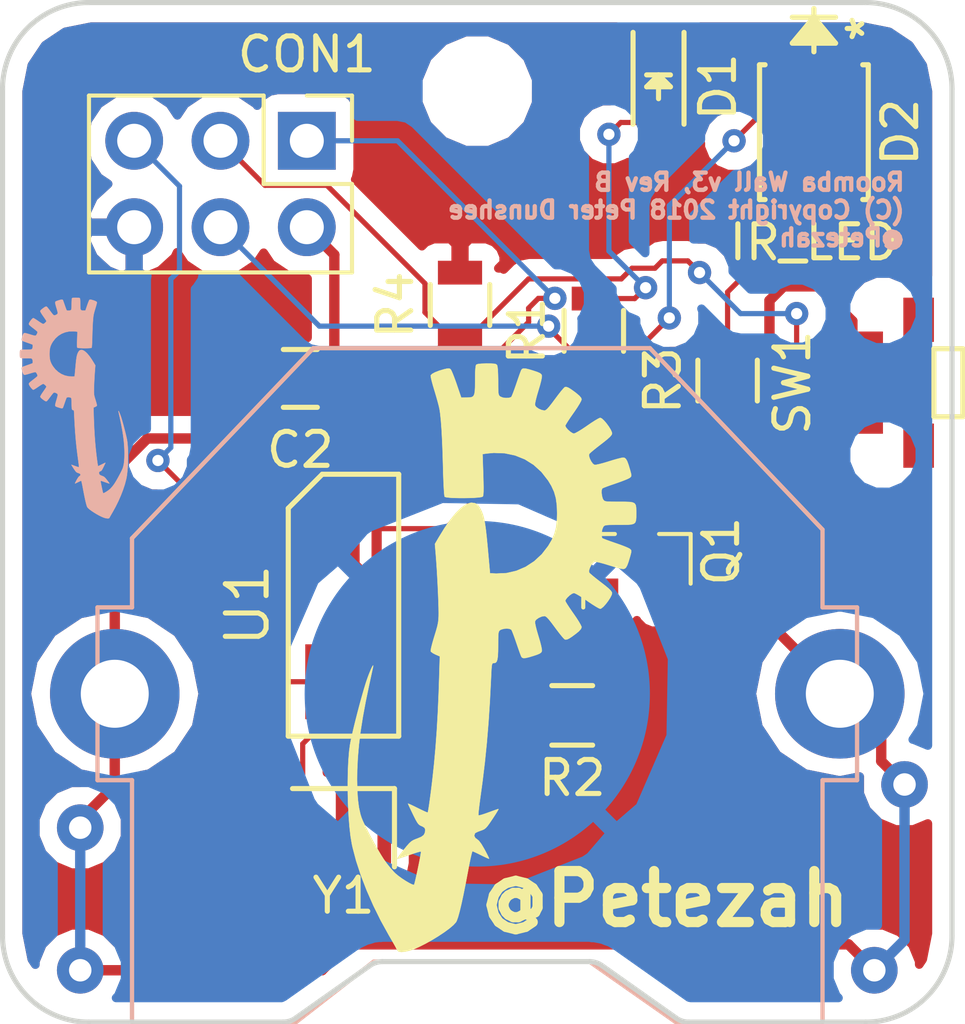
<source format=kicad_pcb>
(kicad_pcb (version 4) (host pcbnew 4.0.7)

  (general
    (links 28)
    (no_connects 0)
    (area 144.267672 103.1241 176.2874 134.835901)
    (thickness 1.6)
    (drawings 18)
    (tracks 134)
    (zones 0)
    (modules 16)
    (nets 13)
  )

  (page A4)
  (title_block
    (title "Roomba Wall V3")
    (date 2018-08-03)
    (rev B)
    (company Petezah)
    (comment 1 "(C) 2018 Peter Dunshee")
  )

  (layers
    (0 F.Cu signal)
    (31 B.Cu signal)
    (32 B.Adhes user)
    (33 F.Adhes user)
    (34 B.Paste user)
    (35 F.Paste user)
    (36 B.SilkS user)
    (37 F.SilkS user)
    (38 B.Mask user)
    (39 F.Mask user)
    (40 Dwgs.User user)
    (41 Cmts.User user)
    (42 Eco1.User user)
    (43 Eco2.User user)
    (44 Edge.Cuts user)
    (45 Margin user)
    (46 B.CrtYd user)
    (47 F.CrtYd user)
    (48 B.Fab user hide)
    (49 F.Fab user hide)
  )

  (setup
    (last_trace_width 0.1524)
    (trace_clearance 0.1524)
    (zone_clearance 0.508)
    (zone_45_only yes)
    (trace_min 0.1524)
    (segment_width 0.2)
    (edge_width 0.15)
    (via_size 0.6858)
    (via_drill 0.3302)
    (via_min_size 0.6858)
    (via_min_drill 0.3302)
    (uvia_size 0.762)
    (uvia_drill 0.508)
    (uvias_allowed no)
    (uvia_min_size 0)
    (uvia_min_drill 0)
    (pcb_text_width 0.3)
    (pcb_text_size 1.5 1.5)
    (mod_edge_width 0.15)
    (mod_text_size 1 1)
    (mod_text_width 0.15)
    (pad_size 1 5.5)
    (pad_drill 0)
    (pad_to_mask_clearance 0.0508)
    (aux_axis_origin 0 0)
    (visible_elements 7FFFFFFF)
    (pcbplotparams
      (layerselection 0x010fc_80000001)
      (usegerberextensions true)
      (excludeedgelayer true)
      (linewidth 0.100000)
      (plotframeref false)
      (viasonmask false)
      (mode 1)
      (useauxorigin false)
      (hpglpennumber 1)
      (hpglpenspeed 20)
      (hpglpendiameter 15)
      (hpglpenoverlay 2)
      (psnegative false)
      (psa4output false)
      (plotreference true)
      (plotvalue false)
      (plotinvisibletext false)
      (padsonsilk false)
      (subtractmaskfromsilk false)
      (outputformat 1)
      (mirror false)
      (drillshape 0)
      (scaleselection 1)
      (outputdirectory gerbers))
  )

  (net 0 "")
  (net 1 GND)
  (net 2 +3V3)
  (net 3 /MISO/IR)
  (net 4 /MOSI/INDICATOR)
  (net 5 /RST)
  (net 6 "Net-(D1-Pad2)")
  (net 7 "Net-(D2-Pad1)")
  (net 8 "Net-(D2-Pad2)")
  (net 9 "Net-(U1-Pad2)")
  (net 10 "Net-(U1-Pad3)")
  (net 11 "Net-(Q1-Pad1)")
  (net 12 /SCK/BUTTON)

  (net_class Default "This is the default net class."
    (clearance 0.1524)
    (trace_width 0.1524)
    (via_dia 0.6858)
    (via_drill 0.3302)
    (uvia_dia 0.762)
    (uvia_drill 0.508)
    (add_net /MISO/IR)
    (add_net /MOSI/INDICATOR)
    (add_net /RST)
    (add_net /SCK/BUTTON)
    (add_net "Net-(D1-Pad2)")
    (add_net "Net-(D2-Pad1)")
    (add_net "Net-(D2-Pad2)")
    (add_net "Net-(Q1-Pad1)")
    (add_net "Net-(U1-Pad2)")
    (add_net "Net-(U1-Pad3)")
  )

  (net_class 3V3 ""
    (clearance 0.1524)
    (trace_width 0.3048)
    (via_dia 1.3716)
    (via_drill 0.6604)
    (uvia_dia 0.762)
    (uvia_drill 0.508)
    (add_net +3V3)
    (add_net GND)
  )

  (module lib_fp:R_0805 (layer F.Cu) (tedit 58307B54) (tstamp 5A9B0589)
    (at 163.449 114.3 90)
    (descr "Resistor SMD 0805, reflow soldering, Vishay (see dcrcw.pdf)")
    (tags "resistor 0805")
    (path /5A1C64F1)
    (attr smd)
    (fp_text reference R1 (at 0 -1.9685 90) (layer F.SilkS)
      (effects (font (size 1 1) (thickness 0.15)))
    )
    (fp_text value 560 (at 0 2.1 90) (layer F.Fab)
      (effects (font (size 1 1) (thickness 0.15)))
    )
    (fp_line (start -1 0.625) (end -1 -0.625) (layer F.Fab) (width 0.1))
    (fp_line (start 1 0.625) (end -1 0.625) (layer F.Fab) (width 0.1))
    (fp_line (start 1 -0.625) (end 1 0.625) (layer F.Fab) (width 0.1))
    (fp_line (start -1 -0.625) (end 1 -0.625) (layer F.Fab) (width 0.1))
    (fp_line (start -1.6 -1) (end 1.6 -1) (layer F.CrtYd) (width 0.05))
    (fp_line (start -1.6 1) (end 1.6 1) (layer F.CrtYd) (width 0.05))
    (fp_line (start -1.6 -1) (end -1.6 1) (layer F.CrtYd) (width 0.05))
    (fp_line (start 1.6 -1) (end 1.6 1) (layer F.CrtYd) (width 0.05))
    (fp_line (start 0.6 0.875) (end -0.6 0.875) (layer F.SilkS) (width 0.15))
    (fp_line (start -0.6 -0.875) (end 0.6 -0.875) (layer F.SilkS) (width 0.15))
    (pad 1 smd rect (at -0.95 0 90) (size 0.7 1.3) (layers F.Cu F.Paste F.Mask)
      (net 4 /MOSI/INDICATOR))
    (pad 2 smd rect (at 0.95 0 90) (size 0.7 1.3) (layers F.Cu F.Paste F.Mask)
      (net 6 "Net-(D1-Pad2)"))
    (model Resistors_SMD.3dshapes/R_0805.wrl
      (at (xyz 0 0 0))
      (scale (xyz 1 1 1))
      (rotate (xyz 0 0 0))
    )
  )

  (module lib_fp:Pin_Header_Straight_2x03_Pitch2.54mm (layer F.Cu) (tedit 59650532) (tstamp 5A20BE1A)
    (at 155.0035 108.712 270)
    (descr "Through hole straight pin header, 2x03, 2.54mm pitch, double rows")
    (tags "Through hole pin header THT 2x03 2.54mm double row")
    (path /5A1C6CE7)
    (fp_text reference CON1 (at -2.54 0 360) (layer F.SilkS)
      (effects (font (size 1 1) (thickness 0.15)))
    )
    (fp_text value AVR-ISP-6 (at 1.27 7.41 270) (layer F.Fab)
      (effects (font (size 1 1) (thickness 0.15)))
    )
    (fp_line (start 0 -1.27) (end 3.81 -1.27) (layer F.Fab) (width 0.1))
    (fp_line (start 3.81 -1.27) (end 3.81 6.35) (layer F.Fab) (width 0.1))
    (fp_line (start 3.81 6.35) (end -1.27 6.35) (layer F.Fab) (width 0.1))
    (fp_line (start -1.27 6.35) (end -1.27 0) (layer F.Fab) (width 0.1))
    (fp_line (start -1.27 0) (end 0 -1.27) (layer F.Fab) (width 0.1))
    (fp_line (start -1.33 6.41) (end 3.87 6.41) (layer F.SilkS) (width 0.12))
    (fp_line (start -1.33 1.27) (end -1.33 6.41) (layer F.SilkS) (width 0.12))
    (fp_line (start 3.87 -1.33) (end 3.87 6.41) (layer F.SilkS) (width 0.12))
    (fp_line (start -1.33 1.27) (end 1.27 1.27) (layer F.SilkS) (width 0.12))
    (fp_line (start 1.27 1.27) (end 1.27 -1.33) (layer F.SilkS) (width 0.12))
    (fp_line (start 1.27 -1.33) (end 3.87 -1.33) (layer F.SilkS) (width 0.12))
    (fp_line (start -1.33 0) (end -1.33 -1.33) (layer F.SilkS) (width 0.12))
    (fp_line (start -1.33 -1.33) (end 0 -1.33) (layer F.SilkS) (width 0.12))
    (fp_line (start -1.8 -1.8) (end -1.8 6.85) (layer F.CrtYd) (width 0.05))
    (fp_line (start -1.8 6.85) (end 4.35 6.85) (layer F.CrtYd) (width 0.05))
    (fp_line (start 4.35 6.85) (end 4.35 -1.8) (layer F.CrtYd) (width 0.05))
    (fp_line (start 4.35 -1.8) (end -1.8 -1.8) (layer F.CrtYd) (width 0.05))
    (fp_text user %R (at 1.27 2.54 360) (layer F.Fab)
      (effects (font (size 1 1) (thickness 0.15)))
    )
    (pad 1 thru_hole rect (at 0 0 270) (size 1.7 1.7) (drill 1) (layers *.Cu *.Mask)
      (net 3 /MISO/IR))
    (pad 2 thru_hole oval (at 2.54 0 270) (size 1.7 1.7) (drill 1) (layers *.Cu *.Mask)
      (net 2 +3V3))
    (pad 3 thru_hole oval (at 0 2.54 270) (size 1.7 1.7) (drill 1) (layers *.Cu *.Mask)
      (net 12 /SCK/BUTTON))
    (pad 4 thru_hole oval (at 2.54 2.54 270) (size 1.7 1.7) (drill 1) (layers *.Cu *.Mask)
      (net 4 /MOSI/INDICATOR))
    (pad 5 thru_hole oval (at 0 5.08 270) (size 1.7 1.7) (drill 1) (layers *.Cu *.Mask)
      (net 5 /RST))
    (pad 6 thru_hole oval (at 2.54 5.08 270) (size 1.7 1.7) (drill 1) (layers *.Cu *.Mask)
      (net 1 GND))
    (model ${KISYS3DMOD}/Pin_Headers.3dshapes/Pin_Header_Straight_2x03_Pitch2.54mm.wrl
      (at (xyz 0 0 0))
      (scale (xyz 1 1 1))
      (rotate (xyz 0 0 0))
    )
  )

  (module lib_fp:Resonator_SMD_muRata_CSTCE_G-3pin_3.0x0.7mm (layer F.Cu) (tedit 5A1DD9EF) (tstamp 5A20BE71)
    (at 156.083 128.905 180)
    (path /5A1C6357)
    (fp_text reference Y1 (at 0 -2 180) (layer F.SilkS)
      (effects (font (size 1 1) (thickness 0.15)))
    )
    (fp_text value 8Mhz (at 0 2 180) (layer F.Fab)
      (effects (font (size 1 1) (thickness 0.15)))
    )
    (fp_line (start -1.5 1.15) (end 1.5 1.15) (layer F.SilkS) (width 0.15))
    (fp_line (start -1.5 -1.15) (end -1.5 1.15) (layer F.SilkS) (width 0.15))
    (pad 1 smd rect (at 1.2 0 180) (size 0.4 2.1) (layers F.Cu F.Paste F.Mask)
      (net 9 "Net-(U1-Pad2)"))
    (pad 2 smd rect (at 0 0 180) (size 0.4 2.1) (layers F.Cu F.Paste F.Mask)
      (net 1 GND))
    (pad 3 smd rect (at -1.2 0 180) (size 0.4 2.1) (layers F.Cu F.Paste F.Mask)
      (net 10 "Net-(U1-Pad3)"))
  )

  (module lib_fp:CR2032-THRU (layer B.Cu) (tedit 5A99CBBC) (tstamp 5A9B056E)
    (at 160.02 124.968)
    (tags "cr2032 battery th")
    (path /5A96233E)
    (fp_text reference BT1 (at -0.2032 2.4638) (layer Eco1.User)
      (effects (font (size 1.6764 1.6764) (thickness 0.13208)))
    )
    (fp_text value Battery_Cell (at 0.7112 -7.1882) (layer Eco1.User)
      (effects (font (size 1.6764 1.6764) (thickness 0.13208)))
    )
    (fp_line (start -11.176 -2.54) (end -10.16 -2.54) (layer B.SilkS) (width 0.127))
    (fp_line (start -10.16 -2.54) (end -10.16 -4.572) (layer B.SilkS) (width 0.127))
    (fp_line (start -10.16 -4.572) (end -4.826 -10.16) (layer B.SilkS) (width 0.127))
    (fp_line (start -4.826 -10.16) (end 5.08 -10.16) (layer B.SilkS) (width 0.127))
    (fp_line (start 5.08 -10.16) (end 10.16 -4.826) (layer B.SilkS) (width 0.127))
    (fp_line (start 10.16 -4.826) (end 10.16 -2.54) (layer B.SilkS) (width 0.127))
    (fp_line (start 10.16 -2.54) (end 11.176 -2.54) (layer B.SilkS) (width 0.127))
    (fp_line (start 11.176 -2.54) (end 11.176 2.54) (layer B.SilkS) (width 0.127))
    (fp_line (start 11.176 2.54) (end 10.16 2.54) (layer B.SilkS) (width 0.127))
    (fp_line (start 10.16 2.54) (end 10.16 9.652) (layer B.SilkS) (width 0.127))
    (fp_line (start 10.16 9.652) (end 5.842 9.652) (layer B.SilkS) (width 0.127))
    (fp_line (start 5.842 9.652) (end 3.302 7.874) (layer B.SilkS) (width 0.127))
    (fp_line (start 3.302 7.874) (end -3.048 7.874) (layer B.SilkS) (width 0.127))
    (fp_line (start -3.048 7.874) (end -5.334 9.652) (layer B.SilkS) (width 0.127))
    (fp_line (start -5.334 9.652) (end -10.16 9.652) (layer B.SilkS) (width 0.127))
    (fp_line (start -10.16 9.652) (end -10.16 2.54) (layer B.SilkS) (width 0.127))
    (fp_line (start -10.16 2.54) (end -11.176 2.54) (layer B.SilkS) (width 0.127))
    (fp_line (start -11.176 2.54) (end -11.176 -2.54) (layer B.SilkS) (width 0.127))
    (fp_arc (start 0 0) (end -7.62 0) (angle -90) (layer B.Mask) (width 0.127))
    (fp_arc (start 0 0) (end 0 -7.62) (angle -90) (layer B.Mask) (width 0.127))
    (fp_arc (start 0 0) (end 7.62 0) (angle -90) (layer B.Mask) (width 0.127))
    (fp_arc (start 0 0) (end 0 7.62) (angle -90) (layer B.Mask) (width 0.127))
    (pad 1 thru_hole oval (at -10.668 0) (size 3.81 3.81) (drill 1.99898) (layers *.Cu *.Mask)
      (net 2 +3V3))
    (pad 1 thru_hole oval (at 10.668 0) (size 3.81 3.81) (drill 1.99898) (layers *.Cu *.Mask)
      (net 2 +3V3))
    (pad 2 smd circle (at 0 0) (size 10.16 10.16) (layers B.Cu B.Paste B.Mask)
      (net 1 GND))
  )

  (module lib_fp:C_0805 (layer F.Cu) (tedit 5415D6EA) (tstamp 5A9B0574)
    (at 154.813 115.697 180)
    (descr "Capacitor SMD 0805, reflow soldering, AVX (see smccp.pdf)")
    (tags "capacitor 0805")
    (path /5A1C75DA)
    (attr smd)
    (fp_text reference C2 (at 0 -2.1 180) (layer F.SilkS)
      (effects (font (size 1 1) (thickness 0.15)))
    )
    (fp_text value 10uF (at 0 2.1 180) (layer F.Fab)
      (effects (font (size 1 1) (thickness 0.15)))
    )
    (fp_line (start -1 0.625) (end -1 -0.625) (layer F.Fab) (width 0.15))
    (fp_line (start 1 0.625) (end -1 0.625) (layer F.Fab) (width 0.15))
    (fp_line (start 1 -0.625) (end 1 0.625) (layer F.Fab) (width 0.15))
    (fp_line (start -1 -0.625) (end 1 -0.625) (layer F.Fab) (width 0.15))
    (fp_line (start -1.8 -1) (end 1.8 -1) (layer F.CrtYd) (width 0.05))
    (fp_line (start -1.8 1) (end 1.8 1) (layer F.CrtYd) (width 0.05))
    (fp_line (start -1.8 -1) (end -1.8 1) (layer F.CrtYd) (width 0.05))
    (fp_line (start 1.8 -1) (end 1.8 1) (layer F.CrtYd) (width 0.05))
    (fp_line (start 0.5 -0.85) (end -0.5 -0.85) (layer F.SilkS) (width 0.15))
    (fp_line (start -0.5 0.85) (end 0.5 0.85) (layer F.SilkS) (width 0.15))
    (pad 1 smd rect (at -1 0 180) (size 1 1.25) (layers F.Cu F.Paste F.Mask)
      (net 2 +3V3))
    (pad 2 smd rect (at 1 0 180) (size 1 1.25) (layers F.Cu F.Paste F.Mask)
      (net 1 GND))
    (model Capacitors_SMD.3dshapes/C_0805.wrl
      (at (xyz 0 0 0))
      (scale (xyz 1 1 1))
      (rotate (xyz 0 0 0))
    )
  )

  (module lib_fp:LED_0805 (layer F.Cu) (tedit 55BDE1C2) (tstamp 5A9B0579)
    (at 165.354 107.1245 270)
    (descr "LED 0805 smd package")
    (tags "LED 0805 SMD")
    (path /5A1C65D6)
    (attr smd)
    (fp_text reference D1 (at 0 -1.75 270) (layer F.SilkS)
      (effects (font (size 1 1) (thickness 0.15)))
    )
    (fp_text value LED (at 0 1.75 270) (layer F.Fab)
      (effects (font (size 1 1) (thickness 0.15)))
    )
    (fp_line (start -0.4 -0.3) (end -0.4 0.3) (layer F.Fab) (width 0.15))
    (fp_line (start -0.3 0) (end 0 -0.3) (layer F.Fab) (width 0.15))
    (fp_line (start 0 0.3) (end -0.3 0) (layer F.Fab) (width 0.15))
    (fp_line (start 0 -0.3) (end 0 0.3) (layer F.Fab) (width 0.15))
    (fp_line (start 1 -0.6) (end -1 -0.6) (layer F.Fab) (width 0.15))
    (fp_line (start 1 0.6) (end 1 -0.6) (layer F.Fab) (width 0.15))
    (fp_line (start -1 0.6) (end 1 0.6) (layer F.Fab) (width 0.15))
    (fp_line (start -1 -0.6) (end -1 0.6) (layer F.Fab) (width 0.15))
    (fp_line (start -1.6 0.75) (end 1.1 0.75) (layer F.SilkS) (width 0.15))
    (fp_line (start -1.6 -0.75) (end 1.1 -0.75) (layer F.SilkS) (width 0.15))
    (fp_line (start -0.1 0.15) (end -0.1 -0.1) (layer F.SilkS) (width 0.15))
    (fp_line (start -0.1 -0.1) (end -0.25 0.05) (layer F.SilkS) (width 0.15))
    (fp_line (start -0.35 -0.35) (end -0.35 0.35) (layer F.SilkS) (width 0.15))
    (fp_line (start 0 0) (end 0.35 0) (layer F.SilkS) (width 0.15))
    (fp_line (start -0.35 0) (end 0 -0.35) (layer F.SilkS) (width 0.15))
    (fp_line (start 0 -0.35) (end 0 0.35) (layer F.SilkS) (width 0.15))
    (fp_line (start 0 0.35) (end -0.35 0) (layer F.SilkS) (width 0.15))
    (fp_line (start 1.9 -0.95) (end 1.9 0.95) (layer F.CrtYd) (width 0.05))
    (fp_line (start 1.9 0.95) (end -1.9 0.95) (layer F.CrtYd) (width 0.05))
    (fp_line (start -1.9 0.95) (end -1.9 -0.95) (layer F.CrtYd) (width 0.05))
    (fp_line (start -1.9 -0.95) (end 1.9 -0.95) (layer F.CrtYd) (width 0.05))
    (pad 2 smd rect (at 1.04902 0 90) (size 1.19888 1.19888) (layers F.Cu F.Paste F.Mask)
      (net 6 "Net-(D1-Pad2)"))
    (pad 1 smd rect (at -1.04902 0 90) (size 1.19888 1.19888) (layers F.Cu F.Paste F.Mask)
      (net 1 GND))
    (model LEDs.3dshapes/LED_0805.wrl
      (at (xyz 0 0 0))
      (scale (xyz 1 1 1))
      (rotate (xyz 0 0 0))
    )
  )

  (module lib_fp:SOT-23 (layer F.Cu) (tedit 583F39EB) (tstamp 5A9B0583)
    (at 164.719 121.031 90)
    (descr "SOT-23, Standard")
    (tags SOT-23)
    (path /5A1CDA3E)
    (attr smd)
    (fp_text reference Q1 (at 0.254 2.4765 90) (layer F.SilkS)
      (effects (font (size 1 1) (thickness 0.15)))
    )
    (fp_text value Q_NPN_BEC (at 0 2.5 90) (layer F.Fab)
      (effects (font (size 1 1) (thickness 0.15)))
    )
    (fp_line (start 0.76 1.58) (end 0.76 0.65) (layer F.SilkS) (width 0.12))
    (fp_line (start 0.76 -1.58) (end 0.76 -0.65) (layer F.SilkS) (width 0.12))
    (fp_line (start 0.7 -1.52) (end 0.7 1.52) (layer F.Fab) (width 0.15))
    (fp_line (start -0.7 1.52) (end 0.7 1.52) (layer F.Fab) (width 0.15))
    (fp_line (start -1.7 -1.75) (end 1.7 -1.75) (layer F.CrtYd) (width 0.05))
    (fp_line (start 1.7 -1.75) (end 1.7 1.75) (layer F.CrtYd) (width 0.05))
    (fp_line (start 1.7 1.75) (end -1.7 1.75) (layer F.CrtYd) (width 0.05))
    (fp_line (start -1.7 1.75) (end -1.7 -1.75) (layer F.CrtYd) (width 0.05))
    (fp_line (start 0.76 -1.58) (end -1.4 -1.58) (layer F.SilkS) (width 0.12))
    (fp_line (start -0.7 -1.52) (end 0.7 -1.52) (layer F.Fab) (width 0.15))
    (fp_line (start -0.7 -1.52) (end -0.7 1.52) (layer F.Fab) (width 0.15))
    (fp_line (start 0.76 1.58) (end -0.7 1.58) (layer F.SilkS) (width 0.12))
    (pad 1 smd rect (at -1 -0.95 90) (size 0.9 0.8) (layers F.Cu F.Paste F.Mask)
      (net 11 "Net-(Q1-Pad1)"))
    (pad 2 smd rect (at -1 0.95 90) (size 0.9 0.8) (layers F.Cu F.Paste F.Mask)
      (net 1 GND))
    (pad 3 smd rect (at 1 0 90) (size 0.9 0.8) (layers F.Cu F.Paste F.Mask)
      (net 7 "Net-(D2-Pad1)"))
    (model TO_SOT_Packages_SMD.3dshapes/SOT-23.wrl
      (at (xyz 0 0 0))
      (scale (xyz 1 1 1))
      (rotate (xyz 0 0 90))
    )
  )

  (module lib_fp:R_0805 (layer F.Cu) (tedit 58307B54) (tstamp 5A9B058E)
    (at 162.814 125.603)
    (descr "Resistor SMD 0805, reflow soldering, Vishay (see dcrcw.pdf)")
    (tags "resistor 0805")
    (path /5A1C657A)
    (attr smd)
    (fp_text reference R2 (at 0 1.8415) (layer F.SilkS)
      (effects (font (size 1 1) (thickness 0.15)))
    )
    (fp_text value 560 (at 0 2.1) (layer F.Fab)
      (effects (font (size 1 1) (thickness 0.15)))
    )
    (fp_line (start -1 0.625) (end -1 -0.625) (layer F.Fab) (width 0.1))
    (fp_line (start 1 0.625) (end -1 0.625) (layer F.Fab) (width 0.1))
    (fp_line (start 1 -0.625) (end 1 0.625) (layer F.Fab) (width 0.1))
    (fp_line (start -1 -0.625) (end 1 -0.625) (layer F.Fab) (width 0.1))
    (fp_line (start -1.6 -1) (end 1.6 -1) (layer F.CrtYd) (width 0.05))
    (fp_line (start -1.6 1) (end 1.6 1) (layer F.CrtYd) (width 0.05))
    (fp_line (start -1.6 -1) (end -1.6 1) (layer F.CrtYd) (width 0.05))
    (fp_line (start 1.6 -1) (end 1.6 1) (layer F.CrtYd) (width 0.05))
    (fp_line (start 0.6 0.875) (end -0.6 0.875) (layer F.SilkS) (width 0.15))
    (fp_line (start -0.6 -0.875) (end 0.6 -0.875) (layer F.SilkS) (width 0.15))
    (pad 1 smd rect (at -0.95 0) (size 0.7 1.3) (layers F.Cu F.Paste F.Mask)
      (net 3 /MISO/IR))
    (pad 2 smd rect (at 0.95 0) (size 0.7 1.3) (layers F.Cu F.Paste F.Mask)
      (net 11 "Net-(Q1-Pad1)"))
    (model Resistors_SMD.3dshapes/R_0805.wrl
      (at (xyz 0 0 0))
      (scale (xyz 1 1 1))
      (rotate (xyz 0 0 0))
    )
  )

  (module lib_fp:R_0805 (layer F.Cu) (tedit 58307B54) (tstamp 5A9B0593)
    (at 167.386 115.7605 90)
    (descr "Resistor SMD 0805, reflow soldering, Vishay (see dcrcw.pdf)")
    (tags "resistor 0805")
    (path /5A1C65A3)
    (attr smd)
    (fp_text reference R3 (at 0 -1.905 90) (layer F.SilkS)
      (effects (font (size 1 1) (thickness 0.15)))
    )
    (fp_text value 51 (at 0 2.1 90) (layer F.Fab)
      (effects (font (size 1 1) (thickness 0.15)))
    )
    (fp_line (start -1 0.625) (end -1 -0.625) (layer F.Fab) (width 0.1))
    (fp_line (start 1 0.625) (end -1 0.625) (layer F.Fab) (width 0.1))
    (fp_line (start 1 -0.625) (end 1 0.625) (layer F.Fab) (width 0.1))
    (fp_line (start -1 -0.625) (end 1 -0.625) (layer F.Fab) (width 0.1))
    (fp_line (start -1.6 -1) (end 1.6 -1) (layer F.CrtYd) (width 0.05))
    (fp_line (start -1.6 1) (end 1.6 1) (layer F.CrtYd) (width 0.05))
    (fp_line (start -1.6 -1) (end -1.6 1) (layer F.CrtYd) (width 0.05))
    (fp_line (start 1.6 -1) (end 1.6 1) (layer F.CrtYd) (width 0.05))
    (fp_line (start 0.6 0.875) (end -0.6 0.875) (layer F.SilkS) (width 0.15))
    (fp_line (start -0.6 -0.875) (end 0.6 -0.875) (layer F.SilkS) (width 0.15))
    (pad 1 smd rect (at -0.95 0 90) (size 0.7 1.3) (layers F.Cu F.Paste F.Mask)
      (net 2 +3V3))
    (pad 2 smd rect (at 0.95 0 90) (size 0.7 1.3) (layers F.Cu F.Paste F.Mask)
      (net 8 "Net-(D2-Pad2)"))
    (model Resistors_SMD.3dshapes/R_0805.wrl
      (at (xyz 0 0 0))
      (scale (xyz 1 1 1))
      (rotate (xyz 0 0 0))
    )
  )

  (module lib_fp:R_0805 (layer F.Cu) (tedit 58307B54) (tstamp 5A9B0598)
    (at 159.512 113.538 90)
    (descr "Resistor SMD 0805, reflow soldering, Vishay (see dcrcw.pdf)")
    (tags "resistor 0805")
    (path /5A962AB2)
    (attr smd)
    (fp_text reference R4 (at 0 -1.905 90) (layer F.SilkS)
      (effects (font (size 1 1) (thickness 0.15)))
    )
    (fp_text value 10k (at 0 2.1 90) (layer F.Fab)
      (effects (font (size 1 1) (thickness 0.15)))
    )
    (fp_line (start -1 0.625) (end -1 -0.625) (layer F.Fab) (width 0.1))
    (fp_line (start 1 0.625) (end -1 0.625) (layer F.Fab) (width 0.1))
    (fp_line (start 1 -0.625) (end 1 0.625) (layer F.Fab) (width 0.1))
    (fp_line (start -1 -0.625) (end 1 -0.625) (layer F.Fab) (width 0.1))
    (fp_line (start -1.6 -1) (end 1.6 -1) (layer F.CrtYd) (width 0.05))
    (fp_line (start -1.6 1) (end 1.6 1) (layer F.CrtYd) (width 0.05))
    (fp_line (start -1.6 -1) (end -1.6 1) (layer F.CrtYd) (width 0.05))
    (fp_line (start 1.6 -1) (end 1.6 1) (layer F.CrtYd) (width 0.05))
    (fp_line (start 0.6 0.875) (end -0.6 0.875) (layer F.SilkS) (width 0.15))
    (fp_line (start -0.6 -0.875) (end 0.6 -0.875) (layer F.SilkS) (width 0.15))
    (pad 1 smd rect (at -0.95 0 90) (size 0.7 1.3) (layers F.Cu F.Paste F.Mask)
      (net 12 /SCK/BUTTON))
    (pad 2 smd rect (at 0.95 0 90) (size 0.7 1.3) (layers F.Cu F.Paste F.Mask)
      (net 1 GND))
    (model Resistors_SMD.3dshapes/R_0805.wrl
      (at (xyz 0 0 0))
      (scale (xyz 1 1 1))
      (rotate (xyz 0 0 0))
    )
  )

  (module lib_fp:e-switch-TL-3340-AF160QG (layer F.Cu) (tedit 5A99C339) (tstamp 5A9B059D)
    (at 171.958 115.824 90)
    (descr https://www.mouser.com/ds/2/140/TL3340-346332.pdf)
    (tags "switch button sw")
    (path /5A9628F7)
    (fp_text reference SW1 (at 0 -2.667 90) (layer F.SilkS)
      (effects (font (size 1 1) (thickness 0.15)))
    )
    (fp_text value Button (at 0 3.302 90) (layer F.Fab)
      (effects (font (size 1 1) (thickness 0.15)))
    )
    (fp_line (start -1 1.5) (end -1 2.35) (layer F.SilkS) (width 0.15))
    (fp_line (start 1 1.5) (end 1 2.35) (layer F.SilkS) (width 0.15))
    (fp_line (start -1 2.35) (end 1 2.35) (layer F.SilkS) (width 0.15))
    (fp_line (start -1 1.5) (end 1 1.5) (layer F.SilkS) (width 0.15))
    (pad 1 smd rect (at -1.175 -0.9 90) (size 0.65 1.8) (layers F.Cu F.Paste F.Mask)
      (net 2 +3V3))
    (pad 2 smd rect (at 0 -0.9 90) (size 0.5 1.8) (layers F.Cu F.Paste F.Mask)
      (net 12 /SCK/BUTTON))
    (pad 1 smd rect (at 1.175 -0.9 90) (size 0.66 1.8) (layers F.Cu F.Paste F.Mask)
      (net 2 +3V3))
    (pad "" smd rect (at -1.85 1.05 90) (size 1.3 0.9) (layers F.Cu F.Paste F.Mask))
    (pad "" smd rect (at 1.85 1.05 90) (size 1.3 0.9) (layers F.Cu F.Paste F.Mask))
    (pad "" np_thru_hole circle (at 2.125 0 90) (size 0.9 0.9) (drill 0.9) (layers *.Cu *.Mask))
    (pad "" np_thru_hole circle (at -2.125 0 90) (size 0.9 0.9) (drill 0.9) (layers *.Cu *.Mask))
  )

  (module lib_fp:ATtiny45V-10XU-TSSOP-8 (layer F.Cu) (tedit 0) (tstamp 5A9B05B3)
    (at 156.083 122.3645)
    (descr http://ww1.microchip.com/downloads/en/DeviceDoc/Atmel-2586-AVR-8-bit-Microcontroller-ATtiny25-ATtiny45-ATtiny85_Datasheet.pdf)
    (tags "TSSOP 0.65")
    (path /5A1B3BA1)
    (fp_text reference U1 (at -2.825 0 90) (layer F.SilkS)
      (effects (font (size 1.2 1.2) (thickness 0.15)))
    )
    (fp_text value ATTINY45-20SU (at 2.54 0 90) (layer F.Fab)
      (effects (font (size 1.2 1.2) (thickness 0.15)))
    )
    (fp_line (start -0.625 -3.85) (end -1.625 -2.85) (layer F.SilkS) (width 0.15))
    (fp_line (start -1.625 -2.85) (end -1.625 3.85) (layer F.SilkS) (width 0.15))
    (fp_line (start -1.625 3.85) (end 1.625 3.85) (layer F.SilkS) (width 0.15))
    (fp_line (start 1.625 3.85) (end 1.625 -3.85) (layer F.SilkS) (width 0.15))
    (fp_line (start 1.625 -3.85) (end -0.625 -3.85) (layer F.SilkS) (width 0.15))
    (pad 8 smd rect (at -0.975 -2.25) (size 0.3 2.2) (layers F.Cu F.Paste F.Mask)
      (net 2 +3V3))
    (pad 1 smd rect (at -0.975 2.25) (size 0.3 2.2) (layers F.Cu F.Paste F.Mask)
      (net 5 /RST))
    (pad 7 smd rect (at -0.325 -2.25) (size 0.3 2.2) (layers F.Cu F.Paste F.Mask)
      (net 12 /SCK/BUTTON))
    (pad 2 smd rect (at -0.325 2.25) (size 0.3 2.2) (layers F.Cu F.Paste F.Mask)
      (net 9 "Net-(U1-Pad2)"))
    (pad 6 smd rect (at 0.325 -2.25) (size 0.3 2.2) (layers F.Cu F.Paste F.Mask)
      (net 3 /MISO/IR))
    (pad 3 smd rect (at 0.325 2.25) (size 0.3 2.2) (layers F.Cu F.Paste F.Mask)
      (net 10 "Net-(U1-Pad3)"))
    (pad 5 smd rect (at 0.975 -2.25) (size 0.3 2.2) (layers F.Cu F.Paste F.Mask)
      (net 4 /MOSI/INDICATOR))
    (pad 4 smd rect (at 0.975 2.25) (size 0.3 2.2) (layers F.Cu F.Paste F.Mask)
      (net 1 GND))
  )

  (module lib_fp:petezah-logo-tiny locked (layer F.Cu) (tedit 0) (tstamp 5AC8D688)
    (at 160.4645 123.952)
    (fp_text reference G*** (at 0 0) (layer F.SilkS) hide
      (effects (font (thickness 0.3)))
    )
    (fp_text value LOGO (at 0.75 0) (layer F.SilkS) hide
      (effects (font (thickness 0.3)))
    )
    (fp_poly (pts (xy -0.035683 -8.691244) (xy 0.048337 -8.686276) (xy 0.098816 -8.675493) (xy 0.127193 -8.656846)
      (xy 0.140118 -8.637855) (xy 0.150788 -8.59036) (xy 0.159658 -8.4978) (xy 0.166012 -8.371545)
      (xy 0.169134 -8.222965) (xy 0.169334 -8.173789) (xy 0.169767 -8.013532) (xy 0.171943 -7.900204)
      (xy 0.17718 -7.824289) (xy 0.186792 -7.776272) (xy 0.202097 -7.746638) (xy 0.224411 -7.725873)
      (xy 0.232058 -7.720378) (xy 0.301588 -7.691645) (xy 0.391778 -7.678413) (xy 0.480448 -7.681269)
      (xy 0.545414 -7.700801) (xy 0.558477 -7.711722) (xy 0.578045 -7.750655) (xy 0.610777 -7.831988)
      (xy 0.652378 -7.944447) (xy 0.698552 -8.076756) (xy 0.706334 -8.099777) (xy 0.752786 -8.235808)
      (xy 0.794916 -8.35547) (xy 0.828475 -8.446945) (xy 0.849212 -8.498413) (xy 0.85095 -8.501944)
      (xy 0.876684 -8.533592) (xy 0.917791 -8.547231) (xy 0.983841 -8.54227) (xy 1.084401 -8.518116)
      (xy 1.21185 -8.479628) (xy 1.328223 -8.440184) (xy 1.400521 -8.407488) (xy 1.439616 -8.375386)
      (xy 1.455435 -8.341783) (xy 1.453626 -8.285864) (xy 1.433971 -8.185314) (xy 1.398362 -8.048381)
      (xy 1.354667 -7.902222) (xy 1.312024 -7.75875) (xy 1.278887 -7.631868) (xy 1.257938 -7.533032)
      (xy 1.251862 -7.473702) (xy 1.25277 -7.467159) (xy 1.290166 -7.41338) (xy 1.363446 -7.361775)
      (xy 1.452767 -7.323476) (xy 1.53372 -7.309555) (xy 1.56834 -7.320529) (xy 1.613764 -7.357247)
      (xy 1.675234 -7.425399) (xy 1.757993 -7.530678) (xy 1.842734 -7.645021) (xy 1.932492 -7.765147)
      (xy 2.013828 -7.868667) (xy 2.079644 -7.946936) (xy 2.122844 -7.991314) (xy 2.13235 -7.997698)
      (xy 2.173421 -8.002771) (xy 2.226867 -7.985974) (xy 2.301385 -7.942772) (xy 2.405675 -7.868633)
      (xy 2.462389 -7.82569) (xy 2.560839 -7.742447) (xy 2.613018 -7.67775) (xy 2.624667 -7.636959)
      (xy 2.60874 -7.591462) (xy 2.564891 -7.510615) (xy 2.499014 -7.404259) (xy 2.417005 -7.282236)
      (xy 2.384778 -7.236521) (xy 2.299647 -7.114774) (xy 2.227814 -7.007283) (xy 2.175164 -6.923229)
      (xy 2.147584 -6.871795) (xy 2.144889 -6.862312) (xy 2.166561 -6.81218) (xy 2.220414 -6.749056)
      (xy 2.289706 -6.688101) (xy 2.357694 -6.644472) (xy 2.399013 -6.632222) (xy 2.443809 -6.647943)
      (xy 2.523907 -6.691094) (xy 2.629142 -6.755652) (xy 2.749353 -6.835597) (xy 2.789434 -6.863523)
      (xy 2.911739 -6.947143) (xy 3.021639 -7.017528) (xy 3.109164 -7.068637) (xy 3.164348 -7.094431)
      (xy 3.173675 -7.096357) (xy 3.221089 -7.074563) (xy 3.285269 -7.015848) (xy 3.356518 -6.933153)
      (xy 3.425144 -6.839414) (xy 3.481451 -6.747571) (xy 3.515745 -6.670561) (xy 3.521442 -6.632222)
      (xy 3.50537 -6.592319) (xy 3.461287 -6.5397) (xy 3.383726 -6.469147) (xy 3.267221 -6.375443)
      (xy 3.191905 -6.317709) (xy 3.074415 -6.226936) (xy 2.972574 -6.145071) (xy 2.89528 -6.079508)
      (xy 2.85143 -6.037637) (xy 2.845727 -6.030123) (xy 2.842102 -5.975347) (xy 2.865833 -5.897061)
      (xy 2.907322 -5.814419) (xy 2.956971 -5.746578) (xy 3.004719 -5.712806) (xy 3.052147 -5.715768)
      (xy 3.140996 -5.734059) (xy 3.259266 -5.764786) (xy 3.394954 -5.805056) (xy 3.418687 -5.812578)
      (xy 3.558116 -5.855457) (xy 3.683936 -5.89098) (xy 3.783451 -5.915778) (xy 3.843965 -5.926484)
      (xy 3.848697 -5.926666) (xy 3.892857 -5.917522) (xy 3.930745 -5.884877) (xy 3.966674 -5.820912)
      (xy 4.004956 -5.717807) (xy 4.049903 -5.567743) (xy 4.053295 -5.555691) (xy 4.078824 -5.460995)
      (xy 4.088086 -5.40472) (xy 4.080415 -5.371039) (xy 4.055141 -5.344125) (xy 4.043987 -5.334972)
      (xy 3.996234 -5.308752) (xy 3.906675 -5.270294) (xy 3.787318 -5.224396) (xy 3.650169 -5.175858)
      (xy 3.622802 -5.166637) (xy 3.48738 -5.120306) (xy 3.370919 -5.078424) (xy 3.284139 -5.044996)
      (xy 3.237759 -5.024029) (xy 3.233835 -5.0213) (xy 3.215637 -4.973423) (xy 3.212734 -4.893276)
      (xy 3.223384 -4.802398) (xy 3.245843 -4.722329) (xy 3.260308 -4.694061) (xy 3.279117 -4.668763)
      (xy 3.303116 -4.650975) (xy 3.34164 -4.639375) (xy 3.404022 -4.632644) (xy 3.499595 -4.629459)
      (xy 3.637692 -4.628501) (xy 3.723968 -4.628444) (xy 3.904739 -4.628017) (xy 4.036734 -4.623338)
      (xy 4.127619 -4.609312) (xy 4.185056 -4.580843) (xy 4.21671 -4.532836) (xy 4.230244 -4.460197)
      (xy 4.233322 -4.357828) (xy 4.233334 -4.289777) (xy 4.232691 -4.169587) (xy 4.225653 -4.081826)
      (xy 4.204558 -4.021398) (xy 4.16174 -3.983209) (xy 4.089537 -3.962163) (xy 3.980284 -3.953165)
      (xy 3.826319 -3.951119) (xy 3.723968 -3.951111) (xy 3.561557 -3.950763) (xy 3.446255 -3.948837)
      (xy 3.368731 -3.944013) (xy 3.319651 -3.934971) (xy 3.289681 -3.920389) (xy 3.269488 -3.898946)
      (xy 3.260308 -3.885494) (xy 3.232798 -3.818267) (xy 3.216262 -3.729889) (xy 3.212442 -3.641903)
      (xy 3.223081 -3.575847) (xy 3.233835 -3.558255) (xy 3.268946 -3.540867) (xy 3.347025 -3.51006)
      (xy 3.457352 -3.469838) (xy 3.589209 -3.424208) (xy 3.622802 -3.412918) (xy 3.761994 -3.364422)
      (xy 3.885698 -3.317645) (xy 3.98191 -3.277386) (xy 4.038622 -3.248444) (xy 4.043987 -3.244583)
      (xy 4.074689 -3.216607) (xy 4.087589 -3.186628) (xy 4.083354 -3.138818) (xy 4.062651 -3.057353)
      (xy 4.053295 -3.023864) (xy 4.00774 -2.870338) (xy 3.969143 -2.764301) (xy 3.933191 -2.697932)
      (xy 3.895572 -2.663413) (xy 3.851973 -2.652925) (xy 3.848697 -2.652889) (xy 3.794811 -2.661299)
      (xy 3.700104 -2.684285) (xy 3.577274 -2.718478) (xy 3.439015 -2.76051) (xy 3.418687 -2.766977)
      (xy 3.281245 -2.808571) (xy 3.159198 -2.841109) (xy 3.064549 -2.861699) (xy 3.009297 -2.867448)
      (xy 3.004719 -2.866749) (xy 2.956442 -2.83241) (xy 2.906829 -2.764315) (xy 2.865476 -2.681619)
      (xy 2.841982 -2.60348) (xy 2.845727 -2.549432) (xy 2.876209 -2.517278) (xy 2.943153 -2.458925)
      (xy 3.037663 -2.381762) (xy 3.150841 -2.293183) (xy 3.191905 -2.261846) (xy 3.330139 -2.154478)
      (xy 3.426671 -2.072893) (xy 3.486966 -2.011875) (xy 3.516491 -1.966207) (xy 3.521442 -1.947333)
      (xy 3.508473 -1.888539) (xy 3.466663 -1.805797) (xy 3.405705 -1.712047) (xy 3.335294 -1.620225)
      (xy 3.265125 -1.543272) (xy 3.204892 -1.494124) (xy 3.173675 -1.483198) (xy 3.131184 -1.499438)
      (xy 3.053104 -1.542961) (xy 2.949401 -1.607727) (xy 2.830044 -1.687697) (xy 2.789434 -1.716032)
      (xy 2.666571 -1.799638) (xy 2.555423 -1.869789) (xy 2.466152 -1.920465) (xy 2.408921 -1.945644)
      (xy 2.399013 -1.947333) (xy 2.343644 -1.927711) (xy 2.273927 -1.878951) (xy 2.206605 -1.816213)
      (xy 2.158419 -1.754654) (xy 2.144889 -1.717243) (xy 2.160584 -1.681709) (xy 2.203743 -1.60982)
      (xy 2.268481 -1.510758) (xy 2.348912 -1.393703) (xy 2.384778 -1.343034) (xy 2.471138 -1.217788)
      (xy 2.543481 -1.104678) (xy 2.595912 -1.013547) (xy 2.622535 -0.954235) (xy 2.624667 -0.942596)
      (xy 2.604965 -0.888427) (xy 2.542679 -0.819999) (xy 2.462389 -0.753865) (xy 2.342475 -0.66489)
      (xy 2.256105 -0.60882) (xy 2.194583 -0.581121) (xy 2.14921 -0.57726) (xy 2.13235 -0.581857)
      (xy 2.100439 -0.609892) (xy 2.043011 -0.675352) (xy 1.967161 -0.769594) (xy 1.879988 -0.883976)
      (xy 1.842734 -0.934534) (xy 1.739244 -1.073493) (xy 1.661224 -1.170786) (xy 1.60343 -1.232107)
      (xy 1.56062 -1.263146) (xy 1.53372 -1.27) (xy 1.447433 -1.254397) (xy 1.358506 -1.215009)
      (xy 1.286784 -1.162969) (xy 1.25277 -1.112396) (xy 1.255262 -1.063158) (xy 1.273209 -0.971926)
      (xy 1.303929 -0.85016) (xy 1.344736 -0.709316) (xy 1.354667 -0.677333) (xy 1.402913 -0.514905)
      (xy 1.436892 -0.3815) (xy 1.454713 -0.285366) (xy 1.455435 -0.237772) (xy 1.436982 -0.200918)
      (xy 1.395149 -0.169027) (xy 1.319061 -0.135947) (xy 1.21185 -0.099927) (xy 1.072186 -0.058051)
      (xy 0.975617 -0.035899) (xy 0.912574 -0.032878) (xy 0.87349 -0.048397) (xy 0.85095 -0.077611)
      (xy 0.832497 -0.122077) (xy 0.800585 -0.208318) (xy 0.759467 -0.324515) (xy 0.713392 -0.458848)
      (xy 0.706334 -0.479777) (xy 0.659818 -0.614284) (xy 0.617164 -0.730806) (xy 0.582667 -0.818068)
      (xy 0.560625 -0.864795) (xy 0.558477 -0.867833) (xy 0.507093 -0.893359) (xy 0.424219 -0.902002)
      (xy 0.332035 -0.894351) (xy 0.252725 -0.870993) (xy 0.232058 -0.859177) (xy 0.207082 -0.8387)
      (xy 0.189792 -0.81178) (xy 0.17878 -0.76864) (xy 0.172639 -0.699506) (xy 0.16996 -0.5946)
      (xy 0.169337 -0.444148) (xy 0.169334 -0.42357) (xy 0.167319 -0.232621) (xy 0.16025 -0.091271)
      (xy 0.146588 0.007214) (xy 0.124795 0.069572) (xy 0.093333 0.102536) (xy 0.050664 0.112842)
      (xy 0.046816 0.112889) (xy 0.021396 0.11426) (xy 0.002929 0.123838) (xy -0.010191 0.149823)
      (xy -0.019569 0.200415) (xy -0.026812 0.283812) (xy -0.033525 0.408216) (xy -0.040236 0.557389)
      (xy -0.074181 1.230054) (xy -0.115149 1.858486) (xy -0.164191 2.454582) (xy -0.222359 3.030236)
      (xy -0.290703 3.597344) (xy -0.34217 3.974661) (xy -0.366685 4.152437) (xy -0.386974 4.310904)
      (xy -0.402099 4.441725) (xy -0.411122 4.536564) (xy -0.413102 4.587085) (xy -0.411811 4.59293)
      (xy -0.380351 4.59038) (xy -0.307966 4.570828) (xy -0.206338 4.537726) (xy -0.117395 4.50588)
      (xy -0.000837 4.463276) (xy 0.095553 4.429229) (xy 0.159871 4.407871) (xy 0.179838 4.402667)
      (xy 0.17236 4.424485) (xy 0.138295 4.484088) (xy 0.082963 4.572701) (xy 0.011685 4.681549)
      (xy 0.001777 4.696352) (xy -0.08176 4.819375) (xy -0.143741 4.904218) (xy -0.193394 4.960013)
      (xy -0.239943 4.995893) (xy -0.292615 5.020989) (xy -0.344576 5.03918) (xy -0.430919 5.071707)
      (xy -0.49416 5.103092) (xy -0.514623 5.11944) (xy -0.535106 5.191197) (xy -0.502234 5.256112)
      (xy -0.453876 5.290467) (xy -0.39485 5.339294) (xy -0.325069 5.432147) (xy -0.241214 5.573524)
      (xy -0.229972 5.594103) (xy -0.172669 5.702131) (xy -0.128345 5.790229) (xy -0.10221 5.847747)
      (xy -0.097732 5.864473) (xy -0.125255 5.856796) (xy -0.191183 5.828427) (xy -0.283769 5.784579)
      (xy -0.33512 5.759117) (xy -0.438625 5.708307) (xy -0.523282 5.669038) (xy -0.576364 5.64711)
      (xy -0.586701 5.644445) (xy -0.59855 5.670891) (xy -0.618337 5.744823) (xy -0.64424 5.858134)
      (xy -0.674439 6.002715) (xy -0.707112 6.170458) (xy -0.718226 6.230056) (xy -0.788869 6.603604)
      (xy -0.853544 6.926064) (xy -0.912048 7.196576) (xy -0.964179 7.414281) (xy -1.009735 7.57832)
      (xy -1.048514 7.687832) (xy -1.071721 7.731874) (xy -1.148671 7.816003) (xy -1.267646 7.916448)
      (xy -1.41884 8.027187) (xy -1.592441 8.142199) (xy -1.778641 8.255459) (xy -1.96763 8.360946)
      (xy -2.1496 8.452638) (xy -2.31474 8.524511) (xy -2.425178 8.56283) (xy -2.565642 8.595785)
      (xy -2.679455 8.60611) (xy -2.757318 8.593556) (xy -2.78457 8.5725) (xy -2.812832 8.523919)
      (xy -2.850631 8.455151) (xy -2.852022 8.452556) (xy -2.885624 8.392115) (xy -2.939287 8.298131)
      (xy -3.004372 8.185664) (xy -3.046301 8.113889) (xy -3.283297 7.685826) (xy -3.502333 7.242682)
      (xy -3.699196 6.794851) (xy -3.869671 6.352725) (xy -4.009541 5.926698) (xy -4.114594 5.527165)
      (xy -4.13623 5.426222) (xy -4.173723 5.199288) (xy -4.204526 4.927489) (xy -4.228425 4.622031)
      (xy -4.245204 4.294121) (xy -4.254649 3.954965) (xy -4.256547 3.615769) (xy -4.250682 3.28774)
      (xy -4.23684 2.982084) (xy -4.214807 2.710008) (xy -4.191703 2.527699) (xy -4.168455 2.401065)
      (xy -4.13178 2.230923) (xy -4.084399 2.02785) (xy -4.029036 1.80242) (xy -3.968414 1.565212)
      (xy -3.905256 1.326801) (xy -3.842284 1.097762) (xy -3.782222 0.888674) (xy -3.727793 0.710111)
      (xy -3.708046 0.649111) (xy -3.665871 0.528081) (xy -3.622605 0.414544) (xy -3.581687 0.315913)
      (xy -3.546555 0.239606) (xy -3.520649 0.193036) (xy -3.507408 0.18362) (xy -3.510268 0.218773)
      (xy -3.511735 0.225778) (xy -3.522791 0.276705) (xy -3.543417 0.371665) (xy -3.571196 0.499532)
      (xy -3.603712 0.649181) (xy -3.625161 0.747889) (xy -3.729103 1.247937) (xy -3.813536 1.703976)
      (xy -3.879553 2.124545) (xy -3.928251 2.518183) (xy -3.960726 2.893429) (xy -3.978072 3.258824)
      (xy -3.981814 3.527778) (xy -3.976157 3.850223) (xy -3.958524 4.124322) (xy -3.928111 4.357056)
      (xy -3.884118 4.555409) (xy -3.852039 4.657516) (xy -3.811294 4.756528) (xy -3.747121 4.892764)
      (xy -3.665414 5.055217) (xy -3.572063 5.232879) (xy -3.472962 5.414742) (xy -3.374001 5.589797)
      (xy -3.281072 5.747037) (xy -3.200502 5.8748) (xy -3.106185 6.00722) (xy -3.000593 6.139549)
      (xy -2.899138 6.25307) (xy -2.847273 6.303816) (xy -2.761798 6.374292) (xy -2.660613 6.447439)
      (xy -2.554683 6.516637) (xy -2.454972 6.575267) (xy -2.372446 6.616709) (xy -2.31807 6.634346)
      (xy -2.304254 6.631623) (xy -2.292676 6.599333) (xy -2.273069 6.52338) (xy -2.247706 6.414667)
      (xy -2.218858 6.284092) (xy -2.188797 6.142558) (xy -2.159794 6.000964) (xy -2.134122 5.87021)
      (xy -2.114052 5.761198) (xy -2.101855 5.684827) (xy -2.099804 5.651998) (xy -2.100028 5.651676)
      (xy -2.130428 5.655197) (xy -2.203138 5.675014) (xy -2.30749 5.707937) (xy -2.43282 5.750774)
      (xy -2.441744 5.753934) (xy -2.569787 5.798626) (xy -2.679051 5.835361) (xy -2.758269 5.860451)
      (xy -2.796174 5.870203) (xy -2.796725 5.870223) (xy -2.790792 5.849862) (xy -2.754725 5.794331)
      (xy -2.694365 5.711953) (xy -2.615554 5.611051) (xy -2.609998 5.604132) (xy -2.516865 5.490029)
      (xy -2.446804 5.411124) (xy -2.3884 5.357932) (xy -2.330237 5.32097) (xy -2.260902 5.29075)
      (xy -2.210917 5.272521) (xy -2.092521 5.222818) (xy -2.020368 5.168994) (xy -1.984655 5.100196)
      (xy -1.975555 5.011888) (xy -1.991585 4.960584) (xy -2.047531 4.920494) (xy -2.082007 4.905636)
      (xy -2.130057 4.883006) (xy -2.170127 4.851316) (xy -2.209488 4.800679) (xy -2.255412 4.721211)
      (xy -2.315171 4.603024) (xy -2.336007 4.560345) (xy -2.393253 4.441654) (xy -2.440146 4.342626)
      (xy -2.471857 4.273586) (xy -2.483555 4.244861) (xy -2.483555 4.244844) (xy -2.460091 4.251856)
      (xy -2.396354 4.279969) (xy -2.302333 4.324593) (xy -2.198372 4.37593) (xy -2.084102 4.431882)
      (xy -1.989586 4.475534) (xy -1.925317 4.502215) (xy -1.902005 4.507857) (xy -1.89297 4.475109)
      (xy -1.878582 4.393994) (xy -1.85993 4.272223) (xy -1.838104 4.117503) (xy -1.814192 3.937544)
      (xy -1.789283 3.740056) (xy -1.765533 3.541889) (xy -1.714896 3.072278) (xy -1.671696 2.592142)
      (xy -1.635291 2.091865) (xy -1.605042 1.561828) (xy -1.580307 0.992415) (xy -1.56486 0.529343)
      (xy -1.546722 -0.084315) (xy -1.672397 -0.138185) (xy -1.749846 -0.178282) (xy -1.802986 -0.218553)
      (xy -1.814349 -0.234471) (xy -1.812011 -0.275276) (xy -1.794637 -0.35905) (xy -1.764843 -0.475148)
      (xy -1.725244 -0.612924) (xy -1.705534 -0.677206) (xy -1.65548 -0.840798) (xy -1.620818 -0.966189)
      (xy -1.598778 -1.068621) (xy -1.586589 -1.163337) (xy -1.581479 -1.265577) (xy -1.580627 -1.364263)
      (xy -1.582762 -1.515369) (xy -1.588595 -1.710194) (xy -1.597508 -1.936176) (xy -1.608882 -2.180756)
      (xy -1.6221 -2.431372) (xy -1.636542 -2.675465) (xy -1.651591 -2.900472) (xy -1.664587 -3.069629)
      (xy -1.691019 -3.387591) (xy -1.588672 -3.563518) (xy -1.406804 -3.859196) (xy -1.233252 -4.10723)
      (xy -1.069231 -4.306339) (xy -0.915954 -4.455239) (xy -0.774633 -4.55265) (xy -0.646483 -4.59729)
      (xy -0.607463 -4.600222) (xy -0.510114 -4.585998) (xy -0.432307 -4.537954) (xy -0.364746 -4.448031)
      (xy -0.314162 -4.34587) (xy -0.284037 -4.269395) (xy -0.25785 -4.183475) (xy -0.234465 -4.08098)
      (xy -0.212743 -3.95478) (xy -0.191544 -3.797745) (xy -0.169731 -3.602746) (xy -0.146165 -3.362652)
      (xy -0.131347 -3.201065) (xy -0.070555 -2.525889) (xy 0.112889 -2.517235) (xy 0.412873 -2.530567)
      (xy 0.702728 -2.597169) (xy 0.976796 -2.714041) (xy 1.229419 -2.878185) (xy 1.45494 -3.086604)
      (xy 1.64204 -3.327611) (xy 1.750125 -3.510472) (xy 1.826095 -3.68647) (xy 1.8743 -3.871518)
      (xy 1.89909 -4.081534) (xy 1.905 -4.289777) (xy 1.896577 -4.533219) (xy 1.868406 -4.738272)
      (xy 1.816138 -4.920851) (xy 1.735424 -5.096872) (xy 1.64204 -5.251944) (xy 1.443637 -5.506076)
      (xy 1.212921 -5.715124) (xy 0.953644 -5.877424) (xy 0.669562 -5.99131) (xy 0.364429 -6.055115)
      (xy 0.041998 -6.067175) (xy -0.155102 -6.049307) (xy -0.28986 -6.030836) (xy -0.269541 -5.427132)
      (xy -0.263161 -5.211449) (xy -0.260449 -5.046378) (xy -0.261528 -4.926202) (xy -0.266519 -4.845199)
      (xy -0.275546 -4.79765) (xy -0.283289 -4.78238) (xy -0.32308 -4.767536) (xy -0.408093 -4.755624)
      (xy -0.527351 -4.7467) (xy -0.669877 -4.74082) (xy -0.824694 -4.738042) (xy -0.980826 -4.738422)
      (xy -1.127294 -4.742016) (xy -1.253123 -4.74888) (xy -1.347334 -4.759072) (xy -1.398952 -4.772647)
      (xy -1.403942 -4.776611) (xy -1.412109 -4.813654) (xy -1.420625 -4.900502) (xy -1.429123 -5.03052)
      (xy -1.437234 -5.197073) (xy -1.44459 -5.393525) (xy -1.450826 -5.613242) (xy -1.451235 -5.630333)
      (xy -1.463334 -6.060959) (xy -1.477991 -6.436831) (xy -1.495185 -6.757602) (xy -1.514895 -7.022924)
      (xy -1.537099 -7.232452) (xy -1.554562 -7.348248) (xy -1.574131 -7.436966) (xy -1.607001 -7.563931)
      (xy -1.648966 -7.713731) (xy -1.695819 -7.870952) (xy -1.707395 -7.908305) (xy -1.750095 -8.051148)
      (xy -1.784083 -8.176947) (xy -1.806729 -8.274959) (xy -1.815401 -8.334439) (xy -1.814349 -8.345084)
      (xy -1.773937 -8.386461) (xy -1.687987 -8.433072) (xy -1.566553 -8.480374) (xy -1.41969 -8.523825)
      (xy -1.417599 -8.524359) (xy -1.327531 -8.544632) (xy -1.273808 -8.547104) (xy -1.239121 -8.531491)
      (xy -1.227825 -8.521253) (xy -1.20443 -8.480831) (xy -1.16787 -8.397449) (xy -1.122464 -8.281816)
      (xy -1.072532 -8.144639) (xy -1.052003 -8.085384) (xy -0.917222 -7.690555) (xy -0.75205 -7.691402)
      (xy -0.666162 -7.694019) (xy -0.603216 -7.705928) (xy -0.559652 -7.734728) (xy -0.531911 -7.788018)
      (xy -0.516432 -7.8734) (xy -0.509656 -7.998472) (xy -0.508023 -8.170835) (xy -0.508 -8.212416)
      (xy -0.505879 -8.402076) (xy -0.499381 -8.538119) (xy -0.488304 -8.623218) (xy -0.474133 -8.658577)
      (xy -0.425787 -8.676569) (xy -0.32612 -8.688023) (xy -0.179934 -8.692413) (xy -0.164682 -8.692444)
      (xy -0.035683 -8.691244)) (layer F.SilkS) (width 0.01))
  )

  (module lib_fp:MountingHole_2.2mm_M2 locked (layer F.Cu) (tedit 5A1DE19F) (tstamp 5ABEF5BA)
    (at 160.02 107.2515)
    (descr "Mounting Hole 2.2mm, no annular, M2")
    (tags "mounting hole 2.2mm no annular m2")
    (attr virtual)
    (fp_text reference REF** (at 0 -3.2) (layer F.Fab)
      (effects (font (size 1 1) (thickness 0.15)))
    )
    (fp_text value MountingHole_2.2mm_M2 (at 0 3.2) (layer F.Fab)
      (effects (font (size 1 1) (thickness 0.15)))
    )
    (fp_text user %R (at 0.3 0) (layer F.Fab)
      (effects (font (size 1 1) (thickness 0.15)))
    )
    (fp_circle (center 0 0) (end 2.2 0) (layer Cmts.User) (width 0.15))
    (fp_circle (center 0 0) (end 2.45 0) (layer F.CrtYd) (width 0.05))
    (pad 1 np_thru_hole circle (at 0 0) (size 2.2 2.2) (drill 2.2) (layers *.Cu *.Mask))
  )

  (module kicad-libs:VSMB3940X01-GS08 (layer F.Cu) (tedit 0) (tstamp 5B64BF85)
    (at 169.926 108.458 270)
    (path /5A1C66BD)
    (fp_text reference D2 (at 0 -2.54 270) (layer F.SilkS)
      (effects (font (size 1 1) (thickness 0.15)))
    )
    (fp_text value IR_LED (at 3.2385 0 360) (layer F.SilkS)
      (effects (font (size 1 1) (thickness 0.15)))
    )
    (fp_text user "Copyright 2016 Accelerated Designs. All rights reserved." (at 0 0 270) (layer Cmts.User)
      (effects (font (size 0.127 0.127) (thickness 0.002)))
    )
    (fp_text user * (at -3.048 -1.524 270) (layer F.SilkS)
      (effects (font (size 1 1) (thickness 0.15)))
    )
    (fp_text user * (at -3.048 -1.524 270) (layer F.Fab)
      (effects (font (size 1 1) (thickness 0.15)))
    )
    (fp_line (start -2.3622 0) (end -3.6322 0) (layer F.Fab) (width 0.1524))
    (fp_line (start -3.3782 -0.635) (end -3.3782 0.635) (layer F.Fab) (width 0.1524))
    (fp_line (start -3.3782 0) (end -2.6162 -0.635) (layer F.Fab) (width 0.1524))
    (fp_line (start -3.3782 0) (end -2.6162 -0.508) (layer F.Fab) (width 0.1524))
    (fp_line (start -3.3782 0) (end -2.6162 -0.381) (layer F.Fab) (width 0.1524))
    (fp_line (start -3.3782 0) (end -2.6162 -0.254) (layer F.Fab) (width 0.1524))
    (fp_line (start -3.3782 0) (end -2.6162 -0.127) (layer F.Fab) (width 0.1524))
    (fp_line (start -3.3782 0) (end -2.6162 0.635) (layer F.Fab) (width 0.1524))
    (fp_line (start -3.3782 0) (end -2.6162 0.508) (layer F.Fab) (width 0.1524))
    (fp_line (start -3.3782 0) (end -2.6162 0.381) (layer F.Fab) (width 0.1524))
    (fp_line (start -3.3782 0) (end -2.6162 0.254) (layer F.Fab) (width 0.1524))
    (fp_line (start -3.3782 0) (end -2.6162 0.127) (layer F.Fab) (width 0.1524))
    (fp_line (start -2.6162 -0.635) (end -2.6162 0.635) (layer F.Fab) (width 0.1524))
    (fp_line (start -2.3622 0) (end -3.6322 0) (layer F.SilkS) (width 0.1524))
    (fp_line (start -3.3782 -0.635) (end -3.3782 0.635) (layer F.SilkS) (width 0.1524))
    (fp_line (start -3.3782 0) (end -2.6162 -0.635) (layer F.SilkS) (width 0.1524))
    (fp_line (start -3.3782 0) (end -2.6162 -0.508) (layer F.SilkS) (width 0.1524))
    (fp_line (start -3.3782 0) (end -2.6162 -0.381) (layer F.SilkS) (width 0.1524))
    (fp_line (start -3.3782 0) (end -2.6162 -0.254) (layer F.SilkS) (width 0.1524))
    (fp_line (start -3.3782 0) (end -2.6162 -0.127) (layer F.SilkS) (width 0.1524))
    (fp_line (start -3.3782 0) (end -2.6162 0.635) (layer F.SilkS) (width 0.1524))
    (fp_line (start -3.3782 0) (end -2.6162 0.508) (layer F.SilkS) (width 0.1524))
    (fp_line (start -3.3782 0) (end -2.6162 0.381) (layer F.SilkS) (width 0.1524))
    (fp_line (start -3.3782 0) (end -2.6162 0.254) (layer F.SilkS) (width 0.1524))
    (fp_line (start -3.3782 0) (end -2.6162 0.127) (layer F.SilkS) (width 0.1524))
    (fp_line (start -2.6162 -0.635) (end -2.6162 0.635) (layer F.SilkS) (width 0.1524))
    (fp_line (start -1.9812 1.6002) (end 1.9812 1.6002) (layer F.SilkS) (width 0.1524))
    (fp_line (start 1.9812 1.6002) (end 1.9812 1.43764) (layer F.SilkS) (width 0.1524))
    (fp_line (start 1.9812 -1.6002) (end -1.9812 -1.6002) (layer F.SilkS) (width 0.1524))
    (fp_line (start -1.9812 -1.6002) (end -1.9812 -1.43764) (layer F.SilkS) (width 0.1524))
    (fp_line (start -1.8542 1.4732) (end 1.8542 1.4732) (layer F.Fab) (width 0.1524))
    (fp_line (start 1.8542 1.4732) (end 1.8542 -1.4732) (layer F.Fab) (width 0.1524))
    (fp_line (start 1.8542 -1.4732) (end -1.8542 -1.4732) (layer F.Fab) (width 0.1524))
    (fp_line (start -1.8542 -1.4732) (end -1.8542 1.4732) (layer F.Fab) (width 0.1524))
    (fp_line (start -1.9812 1.43764) (end -1.9812 1.6002) (layer F.SilkS) (width 0.1524))
    (fp_line (start 1.9812 -1.43764) (end 1.9812 -1.6002) (layer F.SilkS) (width 0.1524))
    (fp_line (start -2.2606 1.3589) (end -2.2606 -1.3589) (layer F.CrtYd) (width 0.1524))
    (fp_line (start -2.2606 -1.3589) (end -2.1082 -1.3589) (layer F.CrtYd) (width 0.1524))
    (fp_line (start -2.1082 -1.3589) (end -2.1082 -1.7272) (layer F.CrtYd) (width 0.1524))
    (fp_line (start -2.1082 -1.7272) (end 2.1082 -1.7272) (layer F.CrtYd) (width 0.1524))
    (fp_line (start 2.1082 -1.7272) (end 2.1082 -1.3589) (layer F.CrtYd) (width 0.1524))
    (fp_line (start 2.1082 -1.3589) (end 2.2606 -1.3589) (layer F.CrtYd) (width 0.1524))
    (fp_line (start 2.2606 -1.3589) (end 2.2606 1.3589) (layer F.CrtYd) (width 0.1524))
    (fp_line (start 2.2606 1.3589) (end 2.1082 1.3589) (layer F.CrtYd) (width 0.1524))
    (fp_line (start 2.1082 1.3589) (end 2.1082 1.7272) (layer F.CrtYd) (width 0.1524))
    (fp_line (start 2.1082 1.7272) (end -2.1082 1.7272) (layer F.CrtYd) (width 0.1524))
    (fp_line (start -2.1082 1.7272) (end -2.1082 1.3589) (layer F.CrtYd) (width 0.1524))
    (fp_line (start -2.1082 1.3589) (end -2.2606 1.3589) (layer F.CrtYd) (width 0.1524))
    (pad 1 smd rect (at -1.2319 0) (size 2.2098 1.5494) (layers F.Cu F.Paste F.Mask)
      (net 7 "Net-(D2-Pad1)"))
    (pad 2 smd rect (at 1.2319 0) (size 2.2098 1.5494) (layers F.Cu F.Paste F.Mask)
      (net 8 "Net-(D2-Pad2)"))
  )

  (module kicad-libs:petezah-logo-xtiny locked (layer B.Cu) (tedit 0) (tstamp 5B64C46F)
    (at 148.1455 116.586 180)
    (fp_text reference G*** (at 0 0 180) (layer B.SilkS) hide
      (effects (font (thickness 0.3)) (justify mirror))
    )
    (fp_text value LOGO (at 0.75 0 180) (layer B.SilkS) hide
      (effects (font (thickness 0.3)) (justify mirror))
    )
    (fp_poly (pts (xy -0.013381 3.259216) (xy 0.018126 3.257354) (xy 0.037056 3.25331) (xy 0.047697 3.246317)
      (xy 0.052544 3.239196) (xy 0.056546 3.221385) (xy 0.059872 3.186675) (xy 0.062255 3.139329)
      (xy 0.063425 3.083612) (xy 0.0635 3.065171) (xy 0.063663 3.005075) (xy 0.064479 2.962576)
      (xy 0.066442 2.934108) (xy 0.070047 2.916102) (xy 0.075786 2.904989) (xy 0.084154 2.897202)
      (xy 0.087022 2.895142) (xy 0.113095 2.884367) (xy 0.146917 2.879405) (xy 0.180168 2.880476)
      (xy 0.20453 2.8878) (xy 0.209429 2.891896) (xy 0.216767 2.906495) (xy 0.229041 2.936995)
      (xy 0.244642 2.979167) (xy 0.261957 3.028783) (xy 0.264875 3.037416) (xy 0.282295 3.088428)
      (xy 0.298093 3.133301) (xy 0.310678 3.167604) (xy 0.318455 3.186905) (xy 0.319106 3.188229)
      (xy 0.328756 3.200097) (xy 0.344172 3.205212) (xy 0.368941 3.203351) (xy 0.406651 3.194294)
      (xy 0.454444 3.179861) (xy 0.498084 3.165069) (xy 0.525195 3.152808) (xy 0.539856 3.14077)
      (xy 0.545788 3.128168) (xy 0.54511 3.107199) (xy 0.537739 3.069493) (xy 0.524386 3.018143)
      (xy 0.508 2.963333) (xy 0.492009 2.909531) (xy 0.479583 2.86195) (xy 0.471727 2.824887)
      (xy 0.469448 2.802638) (xy 0.469789 2.800184) (xy 0.483812 2.780017) (xy 0.511292 2.760665)
      (xy 0.544788 2.746303) (xy 0.575145 2.741083) (xy 0.588128 2.745198) (xy 0.605162 2.758967)
      (xy 0.628213 2.784524) (xy 0.659247 2.824004) (xy 0.691025 2.866883) (xy 0.724685 2.91193)
      (xy 0.755186 2.95075) (xy 0.779867 2.980101) (xy 0.796066 2.996743) (xy 0.799631 2.999137)
      (xy 0.815033 3.001039) (xy 0.835075 2.99474) (xy 0.86302 2.978539) (xy 0.902128 2.950737)
      (xy 0.923396 2.934634) (xy 0.960315 2.903418) (xy 0.979882 2.879156) (xy 0.98425 2.863859)
      (xy 0.978278 2.846798) (xy 0.961834 2.816481) (xy 0.93713 2.776597) (xy 0.906377 2.730838)
      (xy 0.894292 2.713695) (xy 0.862368 2.66804) (xy 0.83543 2.627731) (xy 0.815686 2.596211)
      (xy 0.805344 2.576923) (xy 0.804334 2.573367) (xy 0.81246 2.554567) (xy 0.832655 2.530896)
      (xy 0.85864 2.508038) (xy 0.884135 2.491677) (xy 0.89963 2.487083) (xy 0.916428 2.492979)
      (xy 0.946465 2.50916) (xy 0.985928 2.53337) (xy 1.031007 2.563349) (xy 1.046038 2.573821)
      (xy 1.091902 2.605179) (xy 1.133115 2.631573) (xy 1.165937 2.650739) (xy 1.18663 2.660412)
      (xy 1.190128 2.661134) (xy 1.207908 2.652961) (xy 1.231976 2.630943) (xy 1.258694 2.599932)
      (xy 1.284429 2.56478) (xy 1.305544 2.530339) (xy 1.318405 2.50146) (xy 1.320541 2.487083)
      (xy 1.314514 2.47212) (xy 1.297983 2.452387) (xy 1.268897 2.42593) (xy 1.225208 2.390791)
      (xy 1.196964 2.369141) (xy 1.152906 2.335101) (xy 1.114715 2.304402) (xy 1.08573 2.279815)
      (xy 1.069286 2.264114) (xy 1.067148 2.261296) (xy 1.065788 2.240755) (xy 1.074687 2.211398)
      (xy 1.090246 2.180407) (xy 1.108864 2.154967) (xy 1.12677 2.142302) (xy 1.144555 2.143413)
      (xy 1.177874 2.150272) (xy 1.222225 2.161795) (xy 1.273108 2.176896) (xy 1.282008 2.179717)
      (xy 1.334294 2.195796) (xy 1.381476 2.209117) (xy 1.418794 2.218417) (xy 1.441487 2.222431)
      (xy 1.443262 2.2225) (xy 1.459821 2.219071) (xy 1.47403 2.206829) (xy 1.487503 2.182842)
      (xy 1.501858 2.144178) (xy 1.518714 2.087903) (xy 1.519986 2.083384) (xy 1.529559 2.047873)
      (xy 1.533032 2.02677) (xy 1.530156 2.014139) (xy 1.520678 2.004047) (xy 1.516495 2.000614)
      (xy 1.498588 1.990782) (xy 1.465003 1.97636) (xy 1.420244 1.959148) (xy 1.368814 1.940947)
      (xy 1.358551 1.937489) (xy 1.307768 1.920115) (xy 1.264095 1.904409) (xy 1.231552 1.891873)
      (xy 1.21416 1.884011) (xy 1.212688 1.882987) (xy 1.205864 1.865034) (xy 1.204775 1.834978)
      (xy 1.208769 1.800899) (xy 1.217191 1.770873) (xy 1.222616 1.760273) (xy 1.229669 1.750786)
      (xy 1.238669 1.744115) (xy 1.253115 1.739766) (xy 1.276508 1.737241) (xy 1.312348 1.736047)
      (xy 1.364135 1.735688) (xy 1.396488 1.735667) (xy 1.464277 1.735506) (xy 1.513775 1.733752)
      (xy 1.547857 1.728492) (xy 1.569396 1.717816) (xy 1.581266 1.699814) (xy 1.586342 1.672574)
      (xy 1.587496 1.634186) (xy 1.5875 1.608666) (xy 1.587259 1.563595) (xy 1.58462 1.530685)
      (xy 1.576709 1.508024) (xy 1.560652 1.493703) (xy 1.533576 1.485811) (xy 1.492607 1.482437)
      (xy 1.43487 1.481669) (xy 1.396488 1.481666) (xy 1.335584 1.481536) (xy 1.292346 1.480814)
      (xy 1.263274 1.479005) (xy 1.244869 1.475614) (xy 1.23363 1.470146) (xy 1.226058 1.462105)
      (xy 1.222616 1.45706) (xy 1.212299 1.43185) (xy 1.206098 1.398708) (xy 1.204666 1.365713)
      (xy 1.208655 1.340943) (xy 1.212688 1.334346) (xy 1.225855 1.327825) (xy 1.255134 1.316272)
      (xy 1.296507 1.301189) (xy 1.345953 1.284078) (xy 1.358551 1.279844) (xy 1.410748 1.261658)
      (xy 1.457137 1.244117) (xy 1.493216 1.22902) (xy 1.514483 1.218166) (xy 1.516495 1.216719)
      (xy 1.528009 1.206228) (xy 1.532846 1.194985) (xy 1.531258 1.177057) (xy 1.523494 1.146507)
      (xy 1.519986 1.133949) (xy 1.502903 1.076377) (xy 1.488429 1.036613) (xy 1.474947 1.011724)
      (xy 1.460839 0.99878) (xy 1.44449 0.994847) (xy 1.443262 0.994833) (xy 1.423054 0.997987)
      (xy 1.387539 1.006607) (xy 1.341478 1.019429) (xy 1.289631 1.035191) (xy 1.282008 1.037616)
      (xy 1.230467 1.053214) (xy 1.184699 1.065416) (xy 1.149206 1.073137) (xy 1.128487 1.075293)
      (xy 1.12677 1.075031) (xy 1.108666 1.062154) (xy 1.090061 1.036618) (xy 1.074554 1.005607)
      (xy 1.065743 0.976305) (xy 1.067148 0.956037) (xy 1.078578 0.943979) (xy 1.103682 0.922097)
      (xy 1.139124 0.893161) (xy 1.181565 0.859944) (xy 1.196964 0.848192) (xy 1.248802 0.807929)
      (xy 1.285002 0.777335) (xy 1.307612 0.754453) (xy 1.318684 0.737327) (xy 1.320541 0.73025)
      (xy 1.315677 0.708202) (xy 1.299999 0.677174) (xy 1.277139 0.642017) (xy 1.250735 0.607584)
      (xy 1.224422 0.578727) (xy 1.201834 0.560297) (xy 1.190128 0.556199) (xy 1.174194 0.562289)
      (xy 1.144914 0.57861) (xy 1.106025 0.602898) (xy 1.061266 0.632886) (xy 1.046038 0.643512)
      (xy 0.999964 0.674864) (xy 0.958284 0.701171) (xy 0.924807 0.720174) (xy 0.903346 0.729616)
      (xy 0.89963 0.73025) (xy 0.878867 0.722892) (xy 0.852723 0.704607) (xy 0.827477 0.68108)
      (xy 0.809407 0.657995) (xy 0.804334 0.643966) (xy 0.810219 0.630641) (xy 0.826404 0.603683)
      (xy 0.850681 0.566534) (xy 0.880842 0.522639) (xy 0.894292 0.503638) (xy 0.926677 0.45667)
      (xy 0.953805 0.414254) (xy 0.973467 0.38008) (xy 0.983451 0.357838) (xy 0.98425 0.353474)
      (xy 0.976862 0.33316) (xy 0.953505 0.3075) (xy 0.923396 0.282699) (xy 0.878428 0.249334)
      (xy 0.84604 0.228307) (xy 0.822969 0.21792) (xy 0.805954 0.216472) (xy 0.799631 0.218196)
      (xy 0.787665 0.228709) (xy 0.766129 0.253257) (xy 0.737686 0.288598) (xy 0.704996 0.331491)
      (xy 0.691025 0.35045) (xy 0.652216 0.40256) (xy 0.622959 0.439045) (xy 0.601286 0.46204)
      (xy 0.585232 0.47368) (xy 0.575145 0.47625) (xy 0.542787 0.470399) (xy 0.50944 0.455628)
      (xy 0.482544 0.436113) (xy 0.469789 0.417149) (xy 0.470723 0.398684) (xy 0.477454 0.364472)
      (xy 0.488973 0.31881) (xy 0.504276 0.265994) (xy 0.508 0.254) (xy 0.526092 0.193089)
      (xy 0.538835 0.143062) (xy 0.545518 0.107012) (xy 0.545788 0.089165) (xy 0.538868 0.075344)
      (xy 0.523181 0.063385) (xy 0.494648 0.05098) (xy 0.454444 0.037472) (xy 0.40207 0.021769)
      (xy 0.365857 0.013462) (xy 0.342215 0.012329) (xy 0.327559 0.018149) (xy 0.319106 0.029104)
      (xy 0.312186 0.045779) (xy 0.30022 0.078119) (xy 0.2848 0.121693) (xy 0.267522 0.172068)
      (xy 0.264875 0.179916) (xy 0.247432 0.230356) (xy 0.231436 0.274052) (xy 0.2185 0.306775)
      (xy 0.210234 0.324298) (xy 0.209429 0.325437) (xy 0.19016 0.33501) (xy 0.159082 0.338251)
      (xy 0.124513 0.335381) (xy 0.094772 0.326622) (xy 0.087022 0.322191) (xy 0.077656 0.314513)
      (xy 0.071172 0.304417) (xy 0.067043 0.28824) (xy 0.06474 0.262315) (xy 0.063735 0.222975)
      (xy 0.063501 0.166555) (xy 0.0635 0.158839) (xy 0.062745 0.087233) (xy 0.060094 0.034227)
      (xy 0.054971 -0.002705) (xy 0.046798 -0.026089) (xy 0.035 -0.038451) (xy 0.018999 -0.042316)
      (xy 0.017556 -0.042334) (xy 0.008023 -0.042847) (xy 0.001098 -0.046439) (xy -0.003822 -0.056184)
      (xy -0.007338 -0.075156) (xy -0.010054 -0.10643) (xy -0.012572 -0.153081) (xy -0.015089 -0.209021)
      (xy -0.027818 -0.46127) (xy -0.043181 -0.696932) (xy -0.061571 -0.920468) (xy -0.083384 -1.136339)
      (xy -0.109014 -1.349004) (xy -0.128314 -1.490498) (xy -0.137507 -1.557164) (xy -0.145115 -1.616589)
      (xy -0.150787 -1.665647) (xy -0.154171 -1.701212) (xy -0.154913 -1.720157) (xy -0.154429 -1.722349)
      (xy -0.142632 -1.721393) (xy -0.115487 -1.71406) (xy -0.077377 -1.701647) (xy -0.044023 -1.689705)
      (xy -0.000314 -1.673729) (xy 0.035833 -1.660961) (xy 0.059952 -1.652952) (xy 0.067439 -1.651)
      (xy 0.064635 -1.659182) (xy 0.051861 -1.681533) (xy 0.031111 -1.714763) (xy 0.004382 -1.755581)
      (xy 0.000667 -1.761132) (xy -0.03066 -1.807266) (xy -0.053903 -1.839082) (xy -0.072523 -1.860005)
      (xy -0.089979 -1.87346) (xy -0.109731 -1.882871) (xy -0.129216 -1.889692) (xy -0.161595 -1.90189)
      (xy -0.18531 -1.913659) (xy -0.192984 -1.91979) (xy -0.200665 -1.946699) (xy -0.188338 -1.971042)
      (xy -0.170203 -1.983925) (xy -0.148069 -2.002235) (xy -0.121901 -2.037055) (xy -0.090455 -2.090071)
      (xy -0.08624 -2.097789) (xy -0.064751 -2.138299) (xy -0.048129 -2.171336) (xy -0.038329 -2.192905)
      (xy -0.036649 -2.199177) (xy -0.046971 -2.196299) (xy -0.071694 -2.18566) (xy -0.106413 -2.169217)
      (xy -0.12567 -2.159669) (xy -0.164484 -2.140615) (xy -0.196231 -2.125889) (xy -0.216136 -2.117666)
      (xy -0.220013 -2.116667) (xy -0.224456 -2.126584) (xy -0.231876 -2.154309) (xy -0.24159 -2.1968)
      (xy -0.252914 -2.251018) (xy -0.265167 -2.313922) (xy -0.269335 -2.336271) (xy -0.295826 -2.476351)
      (xy -0.320079 -2.597274) (xy -0.342018 -2.698716) (xy -0.361567 -2.780356) (xy -0.378651 -2.84187)
      (xy -0.393193 -2.882937) (xy -0.401895 -2.899453) (xy -0.430751 -2.931001) (xy -0.475367 -2.968668)
      (xy -0.532065 -3.010195) (xy -0.597165 -3.053325) (xy -0.66699 -3.095797) (xy -0.737861 -3.135355)
      (xy -0.8061 -3.169739) (xy -0.868027 -3.196692) (xy -0.909442 -3.211061) (xy -0.962116 -3.223419)
      (xy -1.004796 -3.227291) (xy -1.033994 -3.222583) (xy -1.044214 -3.214688) (xy -1.054812 -3.19647)
      (xy -1.068987 -3.170682) (xy -1.069508 -3.169709) (xy -1.082109 -3.147043) (xy -1.102233 -3.111799)
      (xy -1.126639 -3.069624) (xy -1.142363 -3.042709) (xy -1.231236 -2.882185) (xy -1.313375 -2.716006)
      (xy -1.387199 -2.548069) (xy -1.451126 -2.382272) (xy -1.503578 -2.222512) (xy -1.542973 -2.072687)
      (xy -1.551086 -2.034833) (xy -1.565146 -1.949733) (xy -1.576697 -1.847809) (xy -1.585659 -1.733262)
      (xy -1.591951 -1.610295) (xy -1.595493 -1.483112) (xy -1.596205 -1.355913) (xy -1.594006 -1.232903)
      (xy -1.588815 -1.118282) (xy -1.580553 -1.016253) (xy -1.571888 -0.947887) (xy -1.563171 -0.900399)
      (xy -1.549417 -0.836596) (xy -1.53165 -0.760444) (xy -1.510889 -0.675908) (xy -1.488155 -0.586955)
      (xy -1.464471 -0.49755) (xy -1.440857 -0.411661) (xy -1.418333 -0.333253) (xy -1.397922 -0.266292)
      (xy -1.390517 -0.243417) (xy -1.374701 -0.198031) (xy -1.358477 -0.155454) (xy -1.343132 -0.118468)
      (xy -1.329958 -0.089852) (xy -1.320243 -0.072389) (xy -1.315278 -0.068858) (xy -1.316351 -0.08204)
      (xy -1.316901 -0.084667) (xy -1.321047 -0.103765) (xy -1.328781 -0.139374) (xy -1.339199 -0.187324)
      (xy -1.351392 -0.243443) (xy -1.359435 -0.280459) (xy -1.398414 -0.467977) (xy -1.430076 -0.638991)
      (xy -1.454832 -0.796704) (xy -1.473094 -0.944319) (xy -1.485272 -1.085036) (xy -1.491777 -1.222059)
      (xy -1.49318 -1.322917) (xy -1.491059 -1.443834) (xy -1.484446 -1.546621) (xy -1.473042 -1.633896)
      (xy -1.456544 -1.708278) (xy -1.444515 -1.746569) (xy -1.429235 -1.783698) (xy -1.40517 -1.834787)
      (xy -1.37453 -1.895707) (xy -1.339524 -1.96233) (xy -1.302361 -2.030528) (xy -1.26525 -2.096174)
      (xy -1.230402 -2.155139) (xy -1.200188 -2.20305) (xy -1.164819 -2.252707) (xy -1.125222 -2.302331)
      (xy -1.087177 -2.344901) (xy -1.067727 -2.363931) (xy -1.035674 -2.39036) (xy -0.99773 -2.41779)
      (xy -0.958006 -2.443739) (xy -0.920615 -2.465725) (xy -0.889667 -2.481266) (xy -0.869276 -2.48788)
      (xy -0.864095 -2.486859) (xy -0.859753 -2.47475) (xy -0.852401 -2.446268) (xy -0.84289 -2.4055)
      (xy -0.832072 -2.356535) (xy -0.820799 -2.303459) (xy -0.809923 -2.250361) (xy -0.800296 -2.201329)
      (xy -0.792769 -2.160449) (xy -0.788196 -2.13181) (xy -0.787427 -2.119499) (xy -0.78751 -2.119379)
      (xy -0.798911 -2.120699) (xy -0.826177 -2.12813) (xy -0.865309 -2.140477) (xy -0.912307 -2.15654)
      (xy -0.915654 -2.157725) (xy -0.96367 -2.174485) (xy -1.004644 -2.188261) (xy -1.034351 -2.197669)
      (xy -1.048565 -2.201326) (xy -1.048772 -2.201334) (xy -1.046547 -2.193698) (xy -1.033022 -2.172874)
      (xy -1.010387 -2.141982) (xy -0.980833 -2.104144) (xy -0.978749 -2.10155) (xy -0.943824 -2.058761)
      (xy -0.917552 -2.029171) (xy -0.89565 -2.009225) (xy -0.873839 -1.995364) (xy -0.847838 -1.984031)
      (xy -0.829094 -1.977195) (xy -0.784695 -1.958557) (xy -0.757638 -1.938373) (xy -0.744246 -1.912573)
      (xy -0.740833 -1.879458) (xy -0.746844 -1.860219) (xy -0.767824 -1.845185) (xy -0.780753 -1.839613)
      (xy -0.798771 -1.831127) (xy -0.813798 -1.819244) (xy -0.828558 -1.800255) (xy -0.845779 -1.770454)
      (xy -0.868189 -1.726134) (xy -0.876003 -1.710129) (xy -0.89747 -1.66562) (xy -0.915055 -1.628485)
      (xy -0.926946 -1.602595) (xy -0.931333 -1.591823) (xy -0.931333 -1.591817) (xy -0.922534 -1.594446)
      (xy -0.898633 -1.604988) (xy -0.863375 -1.621722) (xy -0.82439 -1.640974) (xy -0.781538 -1.661956)
      (xy -0.746095 -1.678325) (xy -0.721994 -1.688331) (xy -0.713252 -1.690447) (xy -0.709864 -1.678166)
      (xy -0.704468 -1.647748) (xy -0.697474 -1.602084) (xy -0.689289 -1.544064) (xy -0.680322 -1.476579)
      (xy -0.670981 -1.402521) (xy -0.662075 -1.328209) (xy -0.643086 -1.152104) (xy -0.626886 -0.972053)
      (xy -0.613234 -0.784449) (xy -0.601891 -0.585686) (xy -0.592615 -0.372156) (xy -0.586823 -0.198504)
      (xy -0.580021 0.031618) (xy -0.627149 0.051819) (xy -0.656192 0.066856) (xy -0.67612 0.081957)
      (xy -0.680381 0.087926) (xy -0.679504 0.103228) (xy -0.672989 0.134644) (xy -0.661816 0.17818)
      (xy -0.646966 0.229847) (xy -0.639575 0.253952) (xy -0.620805 0.315299) (xy -0.607807 0.362321)
      (xy -0.599542 0.400733) (xy -0.594971 0.436251) (xy -0.593054 0.474591) (xy -0.592735 0.511599)
      (xy -0.593536 0.568263) (xy -0.595723 0.641323) (xy -0.599065 0.726066) (xy -0.603331 0.817783)
      (xy -0.608287 0.911765) (xy -0.613703 1.003299) (xy -0.619347 1.087677) (xy -0.62422 1.151111)
      (xy -0.634132 1.270347) (xy -0.595752 1.336319) (xy -0.527551 1.447198) (xy -0.46247 1.540211)
      (xy -0.400962 1.614877) (xy -0.343483 1.670715) (xy -0.290487 1.707244) (xy -0.242431 1.723984)
      (xy -0.227798 1.725083) (xy -0.191293 1.719749) (xy -0.162115 1.701733) (xy -0.13678 1.668011)
      (xy -0.117811 1.629701) (xy -0.106514 1.601023) (xy -0.096694 1.568803) (xy -0.087924 1.530367)
      (xy -0.079779 1.483042) (xy -0.071829 1.424154) (xy -0.063649 1.35103) (xy -0.054812 1.260994)
      (xy -0.049255 1.200399) (xy -0.026458 0.947208) (xy 0.042334 0.943963) (xy 0.154828 0.948963)
      (xy 0.263523 0.973938) (xy 0.366298 1.017765) (xy 0.461032 1.079319) (xy 0.545602 1.157476)
      (xy 0.615765 1.247854) (xy 0.656297 1.316427) (xy 0.684786 1.382426) (xy 0.702863 1.451819)
      (xy 0.712159 1.530575) (xy 0.714375 1.608666) (xy 0.711216 1.699957) (xy 0.700652 1.776852)
      (xy 0.681052 1.845319) (xy 0.650784 1.911327) (xy 0.615765 1.969479) (xy 0.541364 2.064778)
      (xy 0.454845 2.143172) (xy 0.357617 2.204034) (xy 0.251086 2.246741) (xy 0.136661 2.270668)
      (xy 0.015749 2.27519) (xy -0.058163 2.26849) (xy -0.108697 2.261564) (xy -0.101078 2.035174)
      (xy -0.098685 1.954293) (xy -0.097668 1.892392) (xy -0.098073 1.847326) (xy -0.099945 1.816949)
      (xy -0.10333 1.799119) (xy -0.106233 1.793392) (xy -0.121155 1.787826) (xy -0.153035 1.783359)
      (xy -0.197756 1.780012) (xy -0.251204 1.777808) (xy -0.30926 1.776766) (xy -0.36781 1.776908)
      (xy -0.422735 1.778256) (xy -0.469921 1.78083) (xy -0.50525 1.784652) (xy -0.524607 1.789743)
      (xy -0.526478 1.791229) (xy -0.529541 1.80512) (xy -0.532734 1.837688) (xy -0.535921 1.886445)
      (xy -0.538963 1.948902) (xy -0.541721 2.022572) (xy -0.54406 2.104966) (xy -0.544213 2.111375)
      (xy -0.54875 2.27286) (xy -0.554247 2.413812) (xy -0.560694 2.534101) (xy -0.568085 2.633596)
      (xy -0.576412 2.712169) (xy -0.582961 2.755593) (xy -0.590299 2.788862) (xy -0.602625 2.836474)
      (xy -0.618362 2.892649) (xy -0.635932 2.951607) (xy -0.640273 2.965614) (xy -0.656286 3.01918)
      (xy -0.669031 3.066355) (xy -0.677523 3.10311) (xy -0.680775 3.125415) (xy -0.680381 3.129407)
      (xy -0.665226 3.144923) (xy -0.632995 3.162402) (xy -0.587457 3.18014) (xy -0.532384 3.196434)
      (xy -0.5316 3.196635) (xy -0.497824 3.204237) (xy -0.477678 3.205164) (xy -0.46467 3.199309)
      (xy -0.460434 3.19547) (xy -0.451661 3.180312) (xy -0.437951 3.149043) (xy -0.420924 3.105681)
      (xy -0.402199 3.054239) (xy -0.394501 3.032019) (xy -0.343958 2.883958) (xy -0.282019 2.884276)
      (xy -0.249811 2.885257) (xy -0.226206 2.889723) (xy -0.20987 2.900523) (xy -0.199467 2.920507)
      (xy -0.193662 2.952525) (xy -0.191121 2.999427) (xy -0.190508 3.064063) (xy -0.1905 3.079656)
      (xy -0.189705 3.150779) (xy -0.187268 3.201795) (xy -0.183114 3.233707) (xy -0.1778 3.246966)
      (xy -0.15967 3.253713) (xy -0.122295 3.258008) (xy -0.067475 3.259655) (xy -0.061756 3.259666)
      (xy -0.013381 3.259216)) (layer B.SilkS) (width 0.01))
  )

  (gr_line (start 163.322 132.842) (end 157.226 132.842) (layer Edge.Cuts) (width 0.15))
  (gr_line (start 165.862 134.493) (end 163.703 132.969) (layer Edge.Cuts) (width 0.15))
  (gr_line (start 154.686 134.493) (end 156.845 132.969) (layer Edge.Cuts) (width 0.15))
  (gr_arc (start 157.226 133.477) (end 157.226 132.842) (angle -36.86982546) (layer Edge.Cuts) (width 0.15) (tstamp 5A9EC957))
  (gr_arc (start 163.322 133.477) (end 163.322 132.842) (angle 36.86995178) (layer Edge.Cuts) (width 0.15) (tstamp 5A9EC927))
  (gr_arc (start 154.305 133.985) (end 154.305 134.62) (angle -36.86995178) (layer Edge.Cuts) (width 0.15) (tstamp 5A9EC925))
  (gr_arc (start 166.243 133.985) (end 166.243 134.62) (angle 36.86982546) (layer Edge.Cuts) (width 0.15))
  (gr_line (start 173.99 107.188) (end 173.99 132.08) (layer Edge.Cuts) (width 0.15))
  (gr_line (start 148.5265 104.648) (end 171.45 104.648) (layer Edge.Cuts) (width 0.15))
  (gr_line (start 146.05 132.08) (end 146.05 107.188) (layer Edge.Cuts) (width 0.15))
  (gr_line (start 166.243 134.62) (end 171.45 134.62) (layer Edge.Cuts) (width 0.15))
  (gr_line (start 148.59 134.62) (end 154.305 134.62) (layer Edge.Cuts) (width 0.15))
  (gr_text "@Petezah\n" (at 165.5445 131.0005) (layer F.SilkS)
    (effects (font (size 1.5 1.5) (thickness 0.3)))
  )
  (gr_text "Roomba Wall v3, Rev B\n(C) Copyright 2018 Peter Dunshee\n@Petezah\n" (at 172.6565 110.744) (layer B.SilkS)
    (effects (font (size 0.508 0.508) (thickness 0.127)) (justify left mirror))
  )
  (gr_arc (start 148.59 107.188) (end 146.05 107.188) (angle 90) (layer Edge.Cuts) (width 0.15))
  (gr_arc (start 171.45 107.188) (end 171.45 104.648) (angle 90) (layer Edge.Cuts) (width 0.15))
  (gr_arc (start 148.59 132.08) (end 148.59 134.62) (angle 90) (layer Edge.Cuts) (width 0.15))
  (gr_arc (start 171.45 132.08) (end 173.99 132.08) (angle 90) (layer Edge.Cuts) (width 0.15))

  (segment (start 159.766 126.746) (end 164.169642 126.746) (width 0.3048) (layer F.Cu) (net 1))
  (segment (start 164.169642 126.746) (end 165.669 125.246642) (width 0.3048) (layer F.Cu) (net 1))
  (segment (start 159.577801 126.557801) (end 159.766 126.746) (width 0.3048) (layer F.Cu) (net 1))
  (segment (start 159.456101 126.557801) (end 159.577801 126.557801) (width 0.3048) (layer F.Cu) (net 1))
  (segment (start 157.058 124.6145) (end 157.5128 124.6145) (width 0.3048) (layer F.Cu) (net 1))
  (segment (start 157.5128 124.6145) (end 159.456101 126.557801) (width 0.3048) (layer F.Cu) (net 1))
  (segment (start 165.669 122.7858) (end 165.669 122.031) (width 0.3048) (layer F.Cu) (net 1))
  (segment (start 165.669 125.246642) (end 165.669 122.7858) (width 0.3048) (layer F.Cu) (net 1))
  (segment (start 156.083 129.938367) (end 156.083 128.905) (width 0.3048) (layer F.Cu) (net 1))
  (segment (start 172.593 127.635) (end 171.907201 126.949201) (width 0.3048) (layer F.Cu) (net 2))
  (segment (start 171.907201 126.949201) (end 171.907201 126.187201) (width 0.3048) (layer F.Cu) (net 2))
  (segment (start 171.907201 126.187201) (end 170.688 124.968) (width 0.3048) (layer F.Cu) (net 2))
  (segment (start 171.704 133.096) (end 172.593 132.207) (width 0.3048) (layer B.Cu) (net 2))
  (segment (start 172.593 132.207) (end 172.593 127.635) (width 0.3048) (layer B.Cu) (net 2))
  (via (at 172.593 127.635) (size 1.3716) (drill 0.6604) (layers F.Cu B.Cu) (net 2))
  (segment (start 156.21 132.334) (end 170.942 132.334) (width 0.3048) (layer F.Cu) (net 2))
  (segment (start 170.942 132.334) (end 171.704 133.096) (width 0.3048) (layer F.Cu) (net 2))
  (via (at 171.704 133.096) (size 1.3716) (drill 0.6604) (layers F.Cu B.Cu) (net 2))
  (segment (start 155.448 133.096) (end 156.21 132.334) (width 0.3048) (layer F.Cu) (net 2))
  (segment (start 148.336 133.096) (end 155.448 133.096) (width 0.3048) (layer F.Cu) (net 2))
  (segment (start 148.336 128.905) (end 148.336 133.096) (width 0.3048) (layer B.Cu) (net 2))
  (via (at 148.336 133.096) (size 1.3716) (drill 0.6604) (layers F.Cu B.Cu) (net 2))
  (segment (start 149.352 124.968) (end 149.352 127.662076) (width 0.3048) (layer F.Cu) (net 2))
  (segment (start 149.352 127.662076) (end 148.336 128.678076) (width 0.3048) (layer F.Cu) (net 2))
  (segment (start 148.336 128.678076) (end 148.336 128.905) (width 0.3048) (layer F.Cu) (net 2))
  (via (at 148.336 128.905) (size 1.3716) (drill 0.6604) (layers F.Cu B.Cu) (net 2))
  (segment (start 152.000998 117.462298) (end 154.6532 120.1145) (width 0.3048) (layer F.Cu) (net 2))
  (segment (start 154.6532 120.1145) (end 155.108 120.1145) (width 0.3048) (layer F.Cu) (net 2))
  (segment (start 150.311102 117.462298) (end 152.000998 117.462298) (width 0.3048) (layer F.Cu) (net 2))
  (segment (start 149.352 118.4214) (end 150.311102 117.462298) (width 0.3048) (layer F.Cu) (net 2))
  (segment (start 149.352 124.968) (end 149.352 118.4214) (width 0.3048) (layer F.Cu) (net 2))
  (segment (start 171.058 114.0142) (end 170.5818 113.538) (width 0.3048) (layer F.Cu) (net 2))
  (segment (start 170.5818 113.538) (end 170.035698 112.991898) (width 0.3048) (layer F.Cu) (net 2))
  (segment (start 168.617898 115.778602) (end 167.686 116.7105) (width 0.3048) (layer F.Cu) (net 2))
  (segment (start 167.686 116.7105) (end 167.386 116.7105) (width 0.3048) (layer F.Cu) (net 2))
  (segment (start 167.386 116.7105) (end 169.3545 116.7105) (width 0.3048) (layer F.Cu) (net 2))
  (segment (start 169.3545 116.7105) (end 170.7695 116.7105) (width 0.3048) (layer F.Cu) (net 2))
  (segment (start 169.03395 112.991898) (end 168.617898 113.40795) (width 0.3048) (layer F.Cu) (net 2))
  (segment (start 170.035698 112.991898) (end 169.03395 112.991898) (width 0.3048) (layer F.Cu) (net 2))
  (segment (start 171.058 114.649) (end 171.058 114.0142) (width 0.3048) (layer F.Cu) (net 2))
  (segment (start 168.617898 113.40795) (end 168.617898 115.778602) (width 0.3048) (layer F.Cu) (net 2))
  (segment (start 167.386 116.7105) (end 167.386 121.666) (width 0.3048) (layer F.Cu) (net 2))
  (segment (start 167.386 121.666) (end 170.688 124.968) (width 0.3048) (layer F.Cu) (net 2))
  (segment (start 171.058 114.649) (end 170.2115 114.649) (width 0.3048) (layer F.Cu) (net 2))
  (segment (start 170.7695 116.7105) (end 171.058 116.999) (width 0.3048) (layer F.Cu) (net 2))
  (segment (start 155.813 115.697) (end 155.813 112.0615) (width 0.3048) (layer F.Cu) (net 2))
  (segment (start 155.813 112.0615) (end 155.0035 111.252) (width 0.3048) (layer F.Cu) (net 2))
  (segment (start 155.108 120.1145) (end 155.108 116.402) (width 0.3048) (layer F.Cu) (net 2))
  (segment (start 155.108 116.402) (end 155.813 115.697) (width 0.3048) (layer F.Cu) (net 2))
  (segment (start 156.408 119.1645) (end 161.531311 114.041189) (width 0.1524) (layer F.Cu) (net 3))
  (segment (start 161.960789 113.00001) (end 162.303688 113.342909) (width 0.1524) (layer B.Cu) (net 3))
  (via (at 162.303688 113.342909) (size 0.6858) (drill 0.3302) (layers F.Cu B.Cu) (net 3))
  (segment (start 161.531311 113.630353) (end 161.818755 113.342909) (width 0.1524) (layer F.Cu) (net 3))
  (segment (start 155.0035 108.712) (end 157.672779 108.712) (width 0.1524) (layer B.Cu) (net 3))
  (segment (start 157.672779 108.712) (end 161.960789 113.00001) (width 0.1524) (layer B.Cu) (net 3))
  (segment (start 161.531311 114.041189) (end 161.531311 113.630353) (width 0.1524) (layer F.Cu) (net 3))
  (segment (start 156.408 120.1145) (end 156.408 119.1645) (width 0.1524) (layer F.Cu) (net 3))
  (segment (start 161.818755 113.342909) (end 162.303688 113.342909) (width 0.1524) (layer F.Cu) (net 3))
  (segment (start 156.408 120.1145) (end 156.408 121.0645) (width 0.1524) (layer F.Cu) (net 3))
  (segment (start 156.408 121.0645) (end 160.9465 125.603) (width 0.1524) (layer F.Cu) (net 3))
  (segment (start 160.9465 125.603) (end 161.3616 125.603) (width 0.1524) (layer F.Cu) (net 3))
  (segment (start 161.3616 125.603) (end 161.864 125.603) (width 0.1524) (layer F.Cu) (net 3))
  (segment (start 161.634478 114.160613) (end 162.119411 114.160613) (width 0.1524) (layer B.Cu) (net 4))
  (segment (start 163.149 115.25) (end 162.119411 114.220411) (width 0.1524) (layer F.Cu) (net 4))
  (segment (start 155.372113 114.160613) (end 161.634478 114.160613) (width 0.1524) (layer B.Cu) (net 4))
  (segment (start 152.4635 111.252) (end 155.372113 114.160613) (width 0.1524) (layer B.Cu) (net 4))
  (segment (start 163.449 115.25) (end 163.149 115.25) (width 0.1524) (layer F.Cu) (net 4))
  (segment (start 162.119411 114.220411) (end 162.119411 114.160613) (width 0.1524) (layer F.Cu) (net 4))
  (via (at 162.119411 114.160613) (size 0.6858) (drill 0.3302) (layers F.Cu B.Cu) (net 4))
  (segment (start 157.058 120.1145) (end 159.0869 120.1145) (width 0.1524) (layer F.Cu) (net 4))
  (segment (start 159.0869 120.1145) (end 163.449 115.7524) (width 0.1524) (layer F.Cu) (net 4))
  (segment (start 163.449 115.7524) (end 163.449 115.25) (width 0.1524) (layer F.Cu) (net 4))
  (segment (start 150.622 118.11) (end 151.002101 117.729899) (width 0.1524) (layer B.Cu) (net 5))
  (segment (start 151.002101 117.729899) (end 151.002101 112.776899) (width 0.1524) (layer B.Cu) (net 5))
  (segment (start 151.002101 112.776899) (end 151.257 112.522) (width 0.1524) (layer B.Cu) (net 5))
  (segment (start 151.257 112.522) (end 151.257 110.0455) (width 0.1524) (layer B.Cu) (net 5))
  (segment (start 151.257 110.0455) (end 149.9235 108.712) (width 0.1524) (layer B.Cu) (net 5))
  (segment (start 153.190997 124.6145) (end 153.190997 120.678997) (width 0.1524) (layer F.Cu) (net 5))
  (via (at 150.622 118.11) (size 0.6858) (drill 0.3302) (layers F.Cu B.Cu) (net 5))
  (segment (start 153.190997 120.678997) (end 150.622 118.11) (width 0.1524) (layer F.Cu) (net 5))
  (segment (start 155.108 124.6145) (end 153.190997 124.6145) (width 0.1524) (layer F.Cu) (net 5))
  (segment (start 163.8935 108.5215) (end 164.24148 108.17352) (width 0.1524) (layer F.Cu) (net 6))
  (segment (start 164.24148 108.17352) (end 165.354 108.17352) (width 0.1524) (layer F.Cu) (net 6))
  (segment (start 164.973 113.03) (end 163.8935 111.9505) (width 0.1524) (layer B.Cu) (net 6))
  (segment (start 163.8935 111.9505) (end 163.8935 108.5215) (width 0.1524) (layer B.Cu) (net 6))
  (via (at 163.8935 108.5215) (size 0.6858) (drill 0.3302) (layers F.Cu B.Cu) (net 6))
  (via (at 164.973 113.03) (size 0.6858) (drill 0.3302) (layers F.Cu B.Cu) (net 6))
  (segment (start 164.653 113.35) (end 164.973 113.03) (width 0.1524) (layer F.Cu) (net 6))
  (segment (start 163.449 113.35) (end 164.653 113.35) (width 0.1524) (layer F.Cu) (net 6))
  (segment (start 167.233601 109.054899) (end 167.5765 108.712) (width 0.1524) (layer B.Cu) (net 7))
  (segment (start 165.6715 110.617) (end 167.233601 109.054899) (width 0.1524) (layer B.Cu) (net 7))
  (segment (start 165.6715 113.919) (end 165.6715 110.617) (width 0.1524) (layer B.Cu) (net 7))
  (segment (start 167.5765 108.712) (end 169.0624 107.2261) (width 0.1524) (layer F.Cu) (net 7))
  (segment (start 169.0624 107.2261) (end 169.926 107.2261) (width 0.1524) (layer F.Cu) (net 7))
  (via (at 167.5765 108.712) (size 0.6858) (drill 0.3302) (layers F.Cu B.Cu) (net 7))
  (segment (start 164.719 120.031) (end 164.719 114.8715) (width 0.1524) (layer F.Cu) (net 7))
  (segment (start 164.719 114.8715) (end 165.6715 113.919) (width 0.1524) (layer F.Cu) (net 7))
  (via (at 165.6715 113.919) (size 0.6858) (drill 0.3302) (layers F.Cu B.Cu) (net 7))
  (segment (start 167.386 113.156999) (end 167.386 114.8105) (width 0.1524) (layer F.Cu) (net 8))
  (segment (start 169.926 110.617) (end 167.386 113.156999) (width 0.1524) (layer F.Cu) (net 8))
  (segment (start 169.926 109.6899) (end 169.926 110.617) (width 0.1524) (layer F.Cu) (net 8))
  (segment (start 155.758 124.6145) (end 155.758 125.5645) (width 0.1524) (layer F.Cu) (net 9))
  (segment (start 155.758 125.5645) (end 154.883 126.4395) (width 0.1524) (layer F.Cu) (net 9))
  (segment (start 154.883 126.4395) (end 154.883 127.7026) (width 0.1524) (layer F.Cu) (net 9))
  (segment (start 154.883 127.7026) (end 154.883 128.905) (width 0.1524) (layer F.Cu) (net 9))
  (segment (start 156.408 124.6145) (end 156.408 125.8669) (width 0.1524) (layer F.Cu) (net 10))
  (segment (start 156.408 125.8669) (end 157.283 126.7419) (width 0.1524) (layer F.Cu) (net 10))
  (segment (start 157.283 127.7026) (end 157.283 128.905) (width 0.1524) (layer F.Cu) (net 10))
  (segment (start 157.283 126.7419) (end 157.283 127.7026) (width 0.1524) (layer F.Cu) (net 10))
  (segment (start 163.769 122.031) (end 163.769 125.598) (width 0.1524) (layer F.Cu) (net 11))
  (segment (start 163.769 125.598) (end 163.764 125.603) (width 0.1524) (layer F.Cu) (net 11))
  (segment (start 166.5605 112.5855) (end 166.217601 112.242601) (width 0.1524) (layer F.Cu) (net 12))
  (segment (start 161.528601 112.771399) (end 159.812 114.488) (width 0.1524) (layer F.Cu) (net 12))
  (segment (start 166.217601 112.242601) (end 165.463219 112.242601) (width 0.1524) (layer F.Cu) (net 12))
  (segment (start 165.463219 112.242601) (end 165.247322 112.458498) (width 0.1524) (layer F.Cu) (net 12))
  (segment (start 165.247322 112.458498) (end 164.571678 112.458498) (width 0.1524) (layer F.Cu) (net 12))
  (segment (start 164.571678 112.458498) (end 164.258777 112.771399) (width 0.1524) (layer F.Cu) (net 12))
  (segment (start 164.258777 112.771399) (end 161.528601 112.771399) (width 0.1524) (layer F.Cu) (net 12))
  (segment (start 159.812 114.488) (end 159.512 114.488) (width 0.1524) (layer F.Cu) (net 12))
  (segment (start 167.767 113.792) (end 166.5605 112.5855) (width 0.1524) (layer B.Cu) (net 12))
  (segment (start 169.418 113.792) (end 167.767 113.792) (width 0.1524) (layer B.Cu) (net 12))
  (via (at 166.5605 112.5855) (size 0.6858) (drill 0.3302) (layers F.Cu B.Cu) (net 12))
  (segment (start 171.058 115.824) (end 170.408 115.824) (width 0.1524) (layer F.Cu) (net 12))
  (segment (start 170.408 115.824) (end 169.418 114.834) (width 0.1524) (layer F.Cu) (net 12))
  (segment (start 169.418 114.834) (end 169.418 113.792) (width 0.1524) (layer F.Cu) (net 12))
  (via (at 169.418 113.792) (size 0.6858) (drill 0.3302) (layers F.Cu B.Cu) (net 12))
  (segment (start 152.4635 108.712) (end 153.772499 110.020999) (width 0.1524) (layer F.Cu) (net 12))
  (segment (start 158.480999 112.907617) (end 158.480999 113.756999) (width 0.1524) (layer F.Cu) (net 12))
  (segment (start 153.772499 110.020999) (end 155.594381 110.020999) (width 0.1524) (layer F.Cu) (net 12))
  (segment (start 158.480999 113.756999) (end 159.212 114.488) (width 0.1524) (layer F.Cu) (net 12))
  (segment (start 155.594381 110.020999) (end 158.480999 112.907617) (width 0.1524) (layer F.Cu) (net 12))
  (segment (start 159.212 114.488) (end 159.512 114.488) (width 0.1524) (layer F.Cu) (net 12))
  (segment (start 155.758 120.1145) (end 155.758 117.942) (width 0.1524) (layer F.Cu) (net 12))
  (segment (start 155.758 117.942) (end 159.212 114.488) (width 0.1524) (layer F.Cu) (net 12))

  (zone (net 1) (net_name GND) (layer F.Cu) (tstamp 0) (hatch edge 0.508)
    (connect_pads (clearance 0.508))
    (min_thickness 0.254)
    (fill yes (arc_segments 16) (thermal_gap 0.508) (thermal_bridge_width 0.508))
    (polygon
      (pts
        (xy 173.99 134.62) (xy 173.99 104.648) (xy 146.05 104.648) (xy 146.05 134.62)
      )
    )
    (filled_polygon
      (pts
        (xy 164.11956 105.78973) (xy 164.27831 105.94848) (xy 165.227 105.94848) (xy 165.227 105.92848) (xy 165.481 105.92848)
        (xy 165.481 105.94848) (xy 166.42969 105.94848) (xy 166.58844 105.78973) (xy 166.58844 105.358) (xy 171.380069 105.358)
        (xy 172.144989 105.510152) (xy 172.73417 105.90383) (xy 173.127848 106.493011) (xy 173.28 107.257931) (xy 173.28 112.67656)
        (xy 172.558 112.67656) (xy 172.39764 112.706734) (xy 172.174767 112.614189) (xy 171.743127 112.613812) (xy 171.3442 112.778646)
        (xy 171.139921 112.982569) (xy 170.592474 112.435122) (xy 170.337023 112.264435) (xy 170.035698 112.204498) (xy 169.34429 112.204498)
        (xy 170.428894 111.119894) (xy 170.434142 111.11204) (xy 171.0309 111.11204) (xy 171.266217 111.067762) (xy 171.482341 110.92869)
        (xy 171.627331 110.71649) (xy 171.67834 110.4646) (xy 171.67834 108.9152) (xy 171.634062 108.679883) (xy 171.49499 108.463759)
        (xy 171.486894 108.458227) (xy 171.627331 108.25269) (xy 171.67834 108.0008) (xy 171.67834 106.4514) (xy 171.634062 106.216083)
        (xy 171.49499 105.999959) (xy 171.28279 105.854969) (xy 171.0309 105.80396) (xy 168.8211 105.80396) (xy 168.585783 105.848238)
        (xy 168.369659 105.98731) (xy 168.224669 106.19951) (xy 168.17366 106.4514) (xy 168.17366 107.109052) (xy 167.548637 107.734075)
        (xy 167.382837 107.733931) (xy 167.023288 107.882493) (xy 166.74796 108.157341) (xy 166.60088 108.511549) (xy 166.60088 107.57408)
        (xy 166.556602 107.338763) (xy 166.41753 107.122639) (xy 166.409341 107.117044) (xy 166.491767 107.034618) (xy 166.58844 106.801229)
        (xy 166.58844 106.36123) (xy 166.42969 106.20248) (xy 165.481 106.20248) (xy 165.481 106.22248) (xy 165.227 106.22248)
        (xy 165.227 106.20248) (xy 164.27831 106.20248) (xy 164.11956 106.36123) (xy 164.11956 106.801229) (xy 164.216233 107.034618)
        (xy 164.298445 107.116831) (xy 164.158129 107.32219) (xy 164.125063 107.485477) (xy 164.01447 107.507475) (xy 163.969315 107.516457)
        (xy 163.928647 107.54363) (xy 163.699837 107.543431) (xy 163.340288 107.691993) (xy 163.06496 107.966841) (xy 162.91577 108.32613)
        (xy 162.915431 108.715163) (xy 163.063993 109.074712) (xy 163.338841 109.35004) (xy 163.69813 109.49923) (xy 164.087163 109.499569)
        (xy 164.446712 109.351007) (xy 164.458517 109.339223) (xy 164.50267 109.369391) (xy 164.75456 109.4204) (xy 165.95344 109.4204)
        (xy 166.188757 109.376122) (xy 166.404881 109.23705) (xy 166.549871 109.02485) (xy 166.598537 108.784532) (xy 166.598431 108.905663)
        (xy 166.746993 109.265212) (xy 167.021841 109.54054) (xy 167.38113 109.68973) (xy 167.770163 109.690069) (xy 168.129712 109.541507)
        (xy 168.17366 109.497636) (xy 168.17366 110.4646) (xy 168.217938 110.699917) (xy 168.35701 110.916041) (xy 168.513943 111.023268)
        (xy 167.423606 112.113605) (xy 167.390007 112.032288) (xy 167.115159 111.75696) (xy 166.75587 111.60777) (xy 166.522734 111.607567)
        (xy 166.489766 111.585538) (xy 166.217601 111.531401) (xy 165.463219 111.531401) (xy 165.191055 111.585538) (xy 165.114493 111.636695)
        (xy 164.960324 111.739707) (xy 164.952733 111.747298) (xy 164.571678 111.747298) (xy 164.299513 111.801435) (xy 164.068784 111.955604)
        (xy 163.964189 112.060199) (xy 161.528601 112.060199) (xy 161.256437 112.114336) (xy 161.256435 112.114337) (xy 161.256436 112.114337)
        (xy 161.025706 112.268505) (xy 160.797 112.497211) (xy 160.797 112.460998) (xy 160.638252 112.460998) (xy 160.797 112.30225)
        (xy 160.797 112.111691) (xy 160.700327 111.878302) (xy 160.521699 111.699673) (xy 160.28831 111.603) (xy 159.79775 111.603)
        (xy 159.639 111.76175) (xy 159.639 112.461) (xy 159.659 112.461) (xy 159.659 112.715) (xy 159.639 112.715)
        (xy 159.639 112.735) (xy 159.385 112.735) (xy 159.385 112.715) (xy 159.365 112.715) (xy 159.365 112.461)
        (xy 159.385 112.461) (xy 159.385 111.76175) (xy 159.22625 111.603) (xy 158.73569 111.603) (xy 158.502301 111.699673)
        (xy 158.390573 111.811402) (xy 156.426846 109.847676) (xy 156.449931 109.81389) (xy 156.50094 109.562) (xy 156.50094 107.862)
        (xy 156.456662 107.626683) (xy 156.436339 107.595099) (xy 158.284699 107.595099) (xy 158.548281 108.233015) (xy 159.035918 108.721504)
        (xy 159.673373 108.986199) (xy 160.363599 108.986801) (xy 161.001515 108.723219) (xy 161.490004 108.235582) (xy 161.754699 107.598127)
        (xy 161.755301 106.907901) (xy 161.491719 106.269985) (xy 161.004082 105.781496) (xy 160.366627 105.516801) (xy 159.676401 105.516199)
        (xy 159.038485 105.779781) (xy 158.549996 106.267418) (xy 158.285301 106.904873) (xy 158.284699 107.595099) (xy 156.436339 107.595099)
        (xy 156.31759 107.410559) (xy 156.10539 107.265569) (xy 155.8535 107.21456) (xy 154.1535 107.21456) (xy 153.918183 107.258838)
        (xy 153.702059 107.39791) (xy 153.557069 107.61011) (xy 153.543414 107.677541) (xy 153.513554 107.632853) (xy 153.031785 107.310946)
        (xy 152.4635 107.197907) (xy 151.895215 107.310946) (xy 151.413446 107.632853) (xy 151.1935 107.962026) (xy 150.973554 107.632853)
        (xy 150.491785 107.310946) (xy 149.9235 107.197907) (xy 149.355215 107.310946) (xy 148.873446 107.632853) (xy 148.551539 108.114622)
        (xy 148.4385 108.682907) (xy 148.4385 108.741093) (xy 148.551539 109.309378) (xy 148.873446 109.791147) (xy 149.156601 109.980345)
        (xy 149.156576 109.980355) (xy 148.728317 110.370642) (xy 148.482014 110.895108) (xy 148.602681 111.125) (xy 149.7965 111.125)
        (xy 149.7965 111.105) (xy 150.0505 111.105) (xy 150.0505 111.125) (xy 150.0705 111.125) (xy 150.0705 111.379)
        (xy 150.0505 111.379) (xy 150.0505 112.572155) (xy 150.28039 112.693476) (xy 150.690424 112.523645) (xy 151.118683 112.133358)
        (xy 151.185798 111.990447) (xy 151.413446 112.331147) (xy 151.895215 112.653054) (xy 152.4635 112.766093) (xy 153.031785 112.653054)
        (xy 153.513554 112.331147) (xy 153.7335 112.001974) (xy 153.953446 112.331147) (xy 154.435215 112.653054) (xy 155.0035 112.766093)
        (xy 155.0256 112.761697) (xy 155.0256 114.502352) (xy 154.861559 114.60791) (xy 154.815031 114.676006) (xy 154.672698 114.533673)
        (xy 154.439309 114.437) (xy 154.09875 114.437) (xy 153.94 114.59575) (xy 153.94 115.57) (xy 153.96 115.57)
        (xy 153.96 115.824) (xy 153.94 115.824) (xy 153.94 116.79825) (xy 154.09875 116.957) (xy 154.3206 116.957)
        (xy 154.3206 118.668348) (xy 152.557774 116.905522) (xy 152.302323 116.734835) (xy 152.000998 116.674898) (xy 150.311102 116.674898)
        (xy 150.009777 116.734835) (xy 149.754326 116.905522) (xy 148.795224 117.864624) (xy 148.624537 118.120075) (xy 148.5646 118.4214)
        (xy 148.5646 122.574725) (xy 148.330222 122.621346) (xy 147.506187 123.171949) (xy 146.955584 123.995984) (xy 146.762238 124.968)
        (xy 146.955584 125.940016) (xy 147.506187 126.764051) (xy 148.330222 127.314654) (xy 148.543455 127.357069) (xy 148.316342 127.584182)
        (xy 148.074429 127.583971) (xy 147.588804 127.784627) (xy 147.216933 128.15585) (xy 147.01543 128.641124) (xy 147.014971 129.166571)
        (xy 147.215627 129.652196) (xy 147.58685 130.024067) (xy 148.072124 130.22557) (xy 148.597571 130.226029) (xy 149.083196 130.025373)
        (xy 149.455067 129.65415) (xy 149.65657 129.168876) (xy 149.657029 128.643429) (xy 149.606497 128.521131) (xy 149.908776 128.218852)
        (xy 150.079463 127.963401) (xy 150.1394 127.662076) (xy 150.1394 127.361275) (xy 150.373778 127.314654) (xy 151.197813 126.764051)
        (xy 151.748416 125.940016) (xy 151.941762 124.968) (xy 151.748416 123.995984) (xy 151.197813 123.171949) (xy 150.373778 122.621346)
        (xy 150.1394 122.574725) (xy 150.1394 118.968462) (xy 150.42663 119.08773) (xy 150.594088 119.087876) (xy 152.479797 120.973586)
        (xy 152.479797 124.6145) (xy 152.533934 124.886664) (xy 152.688103 125.117394) (xy 152.918833 125.271563) (xy 153.190997 125.3257)
        (xy 154.31056 125.3257) (xy 154.31056 125.7145) (xy 154.354838 125.949817) (xy 154.362904 125.962351) (xy 154.225937 126.167335)
        (xy 154.215116 126.221738) (xy 154.1718 126.4395) (xy 154.1718 127.47837) (xy 154.086569 127.60311) (xy 154.03556 127.855)
        (xy 154.03556 129.955) (xy 154.079838 130.190317) (xy 154.21891 130.406441) (xy 154.43111 130.551431) (xy 154.683 130.60244)
        (xy 155.083 130.60244) (xy 155.318317 130.558162) (xy 155.482493 130.452518) (xy 155.523302 130.493327) (xy 155.756691 130.59)
        (xy 155.82425 130.59) (xy 155.983 130.43125) (xy 155.983 129.032) (xy 155.936 129.032) (xy 155.936 128.778)
        (xy 155.983 128.778) (xy 155.983 127.37875) (xy 155.82425 127.22) (xy 155.756691 127.22) (xy 155.5942 127.287306)
        (xy 155.5942 126.734088) (xy 155.9318 126.396488) (xy 156.5718 127.036488) (xy 156.5718 127.287306) (xy 156.409309 127.22)
        (xy 156.34175 127.22) (xy 156.183 127.37875) (xy 156.183 128.778) (xy 156.23 128.778) (xy 156.23 129.032)
        (xy 156.183 129.032) (xy 156.183 130.43125) (xy 156.34175 130.59) (xy 156.409309 130.59) (xy 156.642698 130.493327)
        (xy 156.68466 130.451366) (xy 156.83111 130.551431) (xy 157.083 130.60244) (xy 157.483 130.60244) (xy 157.718317 130.558162)
        (xy 157.934441 130.41909) (xy 158.079431 130.20689) (xy 158.13044 129.955) (xy 158.13044 127.855) (xy 158.086162 127.619683)
        (xy 157.9942 127.47677) (xy 157.9942 126.7419) (xy 157.961618 126.5781) (xy 157.940063 126.469735) (xy 157.785894 126.239006)
        (xy 157.683707 126.136819) (xy 157.746327 126.074199) (xy 157.843 125.84081) (xy 157.843 124.90025) (xy 157.68425 124.7415)
        (xy 157.20544 124.7415) (xy 157.20544 124.4875) (xy 157.68425 124.4875) (xy 157.843 124.32875) (xy 157.843 123.505288)
        (xy 160.443605 126.105894) (xy 160.674335 126.260063) (xy 160.71949 126.269045) (xy 160.875415 126.30006) (xy 160.910838 126.488317)
        (xy 161.04991 126.704441) (xy 161.26211 126.849431) (xy 161.514 126.90044) (xy 162.214 126.90044) (xy 162.449317 126.856162)
        (xy 162.665441 126.71709) (xy 162.810431 126.50489) (xy 162.813081 126.491803) (xy 162.94991 126.704441) (xy 163.16211 126.849431)
        (xy 163.414 126.90044) (xy 164.114 126.90044) (xy 164.349317 126.856162) (xy 164.565441 126.71709) (xy 164.710431 126.50489)
        (xy 164.76144 126.253) (xy 164.76144 124.953) (xy 164.717162 124.717683) (xy 164.57809 124.501559) (xy 164.4802 124.434674)
        (xy 164.4802 123.035333) (xy 164.620441 122.94509) (xy 164.71599 122.80525) (xy 164.730673 122.840698) (xy 164.909301 123.019327)
        (xy 165.14269 123.116) (xy 165.38325 123.116) (xy 165.542 122.95725) (xy 165.542 122.158) (xy 165.522 122.158)
        (xy 165.522 121.904) (xy 165.542 121.904) (xy 165.542 121.10475) (xy 165.455988 121.018738) (xy 165.570441 120.94509)
        (xy 165.715431 120.73289) (xy 165.76644 120.481) (xy 165.76644 119.581) (xy 165.722162 119.345683) (xy 165.58309 119.129559)
        (xy 165.4302 119.025094) (xy 165.4302 115.166088) (xy 165.699364 114.896925) (xy 165.865163 114.897069) (xy 166.08856 114.804764)
        (xy 166.08856 115.1605) (xy 166.132838 115.395817) (xy 166.27191 115.611941) (xy 166.48411 115.756931) (xy 166.497197 115.759581)
        (xy 166.284559 115.89641) (xy 166.139569 116.10861) (xy 166.08856 116.3605) (xy 166.08856 117.0605) (xy 166.132838 117.295817)
        (xy 166.27191 117.511941) (xy 166.48411 117.656931) (xy 166.5986 117.680116) (xy 166.5986 121.212575) (xy 166.428699 121.042673)
        (xy 166.19531 120.946) (xy 165.95475 120.946) (xy 165.796 121.10475) (xy 165.796 121.904) (xy 165.816 121.904)
        (xy 165.816 122.158) (xy 165.796 122.158) (xy 165.796 122.95725) (xy 165.95475 123.116) (xy 166.19531 123.116)
        (xy 166.428699 123.019327) (xy 166.607327 122.840698) (xy 166.704 122.607309) (xy 166.704 122.31675) (xy 166.545252 122.158002)
        (xy 166.704 122.158002) (xy 166.704 122.035365) (xy 166.829224 122.222776) (xy 168.416092 123.809644) (xy 168.291584 123.995984)
        (xy 168.098238 124.968) (xy 168.291584 125.940016) (xy 168.842187 126.764051) (xy 169.666222 127.314654) (xy 170.638238 127.508)
        (xy 170.737762 127.508) (xy 171.272403 127.401653) (xy 171.271971 127.896571) (xy 171.472627 128.382196) (xy 171.84385 128.754067)
        (xy 172.329124 128.95557) (xy 172.854571 128.956029) (xy 173.28 128.780245) (xy 173.28 132.010069) (xy 173.127848 132.774989)
        (xy 173.024946 132.928992) (xy 173.025029 132.834429) (xy 172.824373 132.348804) (xy 172.45315 131.976933) (xy 171.967876 131.77543)
        (xy 171.495473 131.775017) (xy 171.243325 131.606537) (xy 170.942 131.5466) (xy 156.21 131.5466) (xy 155.908675 131.606537)
        (xy 155.653224 131.777224) (xy 155.121848 132.3086) (xy 149.416239 132.3086) (xy 149.08515 131.976933) (xy 148.599876 131.77543)
        (xy 148.074429 131.774971) (xy 147.588804 131.975627) (xy 147.216933 132.34685) (xy 147.01543 132.832124) (xy 147.015345 132.929428)
        (xy 146.912152 132.774989) (xy 146.76 132.010069) (xy 146.76 115.98275) (xy 152.678 115.98275) (xy 152.678 116.44831)
        (xy 152.774673 116.681699) (xy 152.953302 116.860327) (xy 153.186691 116.957) (xy 153.52725 116.957) (xy 153.686 116.79825)
        (xy 153.686 115.824) (xy 152.83675 115.824) (xy 152.678 115.98275) (xy 146.76 115.98275) (xy 146.76 114.94569)
        (xy 152.678 114.94569) (xy 152.678 115.41125) (xy 152.83675 115.57) (xy 153.686 115.57) (xy 153.686 114.59575)
        (xy 153.52725 114.437) (xy 153.186691 114.437) (xy 152.953302 114.533673) (xy 152.774673 114.712301) (xy 152.678 114.94569)
        (xy 146.76 114.94569) (xy 146.76 111.608892) (xy 148.482014 111.608892) (xy 148.728317 112.133358) (xy 149.156576 112.523645)
        (xy 149.56661 112.693476) (xy 149.7965 112.572155) (xy 149.7965 111.379) (xy 148.602681 111.379) (xy 148.482014 111.608892)
        (xy 146.76 111.608892) (xy 146.76 107.257931) (xy 146.912152 106.493011) (xy 147.30583 105.90383) (xy 147.895011 105.510152)
        (xy 148.659931 105.358) (xy 164.11956 105.358)
      )
    )
  )
  (zone (net 1) (net_name GND) (layer B.Cu) (tstamp 0) (hatch edge 0.508)
    (connect_pads (clearance 0.508))
    (min_thickness 0.254)
    (fill yes (arc_segments 16) (thermal_gap 0.508) (thermal_bridge_width 0.508))
    (polygon
      (pts
        (xy 173.99 134.62) (xy 173.99 104.648) (xy 146.05 104.648) (xy 146.05 134.62)
      )
    )
    (filled_polygon
      (pts
        (xy 172.144989 105.510152) (xy 172.73417 105.90383) (xy 173.127848 106.493011) (xy 173.28 107.257931) (xy 173.28 126.490126)
        (xy 172.856876 126.31443) (xy 172.834254 126.31441) (xy 173.084416 125.940016) (xy 173.277762 124.968) (xy 173.084416 123.995984)
        (xy 172.533813 123.171949) (xy 171.709778 122.621346) (xy 170.737762 122.428) (xy 170.638238 122.428) (xy 169.666222 122.621346)
        (xy 168.842187 123.171949) (xy 168.291584 123.995984) (xy 168.098238 124.968) (xy 168.291584 125.940016) (xy 168.842187 126.764051)
        (xy 169.666222 127.314654) (xy 170.638238 127.508) (xy 170.737762 127.508) (xy 171.272403 127.401653) (xy 171.271971 127.896571)
        (xy 171.472627 128.382196) (xy 171.8056 128.71575) (xy 171.8056 131.775288) (xy 171.442429 131.774971) (xy 170.956804 131.975627)
        (xy 170.584933 132.34685) (xy 170.38343 132.832124) (xy 170.382971 133.357571) (xy 170.583627 133.843196) (xy 170.650315 133.91)
        (xy 166.312929 133.91) (xy 166.251514 133.897784) (xy 166.243413 133.893166) (xy 164.112445 132.388953) (xy 164.080788 132.37488)
        (xy 164.054615 132.35218) (xy 163.916619 132.273516) (xy 163.808661 132.23753) (xy 163.703517 132.193978) (xy 163.460513 132.145642)
        (xy 163.390584 132.145642) (xy 163.322 132.132) (xy 157.226 132.132) (xy 157.181974 132.140757) (xy 157.137197 132.137575)
        (xy 156.979603 132.157442) (xy 156.871636 132.193431) (xy 156.761404 132.221672) (xy 156.537998 132.328805) (xy 156.490177 132.364671)
        (xy 156.435555 132.388953) (xy 154.325252 133.878578) (xy 154.259728 133.91) (xy 149.390104 133.91) (xy 149.455067 133.84515)
        (xy 149.65657 133.359876) (xy 149.657029 132.834429) (xy 149.456373 132.348804) (xy 149.1234 132.01525) (xy 149.1234 129.985239)
        (xy 149.455067 129.65415) (xy 149.65657 129.168876) (xy 149.65666 129.064828) (xy 156.102777 129.064828) (xy 156.698556 129.755641)
        (xy 158.783537 130.662265) (xy 161.056758 130.701989) (xy 163.172142 129.868765) (xy 163.341444 129.755641) (xy 163.937223 129.064828)
        (xy 160.02 125.147605) (xy 156.102777 129.064828) (xy 149.65666 129.064828) (xy 149.657029 128.643429) (xy 149.456373 128.157804)
        (xy 149.08515 127.785933) (xy 148.599876 127.58443) (xy 148.074429 127.583971) (xy 147.588804 127.784627) (xy 147.216933 128.15585)
        (xy 147.01543 128.641124) (xy 147.014971 129.166571) (xy 147.215627 129.652196) (xy 147.5486 129.98575) (xy 147.5486 132.015761)
        (xy 147.216933 132.34685) (xy 147.01543 132.832124) (xy 147.015345 132.929428) (xy 146.912152 132.774989) (xy 146.76 132.010069)
        (xy 146.76 124.968) (xy 146.762238 124.968) (xy 146.955584 125.940016) (xy 147.506187 126.764051) (xy 148.330222 127.314654)
        (xy 149.302238 127.508) (xy 149.401762 127.508) (xy 150.373778 127.314654) (xy 151.197813 126.764051) (xy 151.705156 126.004758)
        (xy 154.286011 126.004758) (xy 155.119235 128.120142) (xy 155.232359 128.289444) (xy 155.923172 128.885223) (xy 159.840395 124.968)
        (xy 160.199605 124.968) (xy 164.116828 128.885223) (xy 164.807641 128.289444) (xy 165.714265 126.204463) (xy 165.753989 123.931242)
        (xy 164.920765 121.815858) (xy 164.807641 121.646556) (xy 164.116828 121.050777) (xy 160.199605 124.968) (xy 159.840395 124.968)
        (xy 155.923172 121.050777) (xy 155.232359 121.646556) (xy 154.325735 123.731537) (xy 154.286011 126.004758) (xy 151.705156 126.004758)
        (xy 151.748416 125.940016) (xy 151.941762 124.968) (xy 151.748416 123.995984) (xy 151.197813 123.171949) (xy 150.373778 122.621346)
        (xy 149.401762 122.428) (xy 149.302238 122.428) (xy 148.330222 122.621346) (xy 147.506187 123.171949) (xy 146.955584 123.995984)
        (xy 146.762238 124.968) (xy 146.76 124.968) (xy 146.76 120.871172) (xy 156.102777 120.871172) (xy 160.02 124.788395)
        (xy 163.937223 120.871172) (xy 163.341444 120.180359) (xy 161.256463 119.273735) (xy 158.983242 119.234011) (xy 156.867858 120.067235)
        (xy 156.698556 120.180359) (xy 156.102777 120.871172) (xy 146.76 120.871172) (xy 146.76 111.608892) (xy 148.482014 111.608892)
        (xy 148.728317 112.133358) (xy 149.156576 112.523645) (xy 149.56661 112.693476) (xy 149.7965 112.572155) (xy 149.7965 111.379)
        (xy 148.602681 111.379) (xy 148.482014 111.608892) (xy 146.76 111.608892) (xy 146.76 108.682907) (xy 148.4385 108.682907)
        (xy 148.4385 108.741093) (xy 148.551539 109.309378) (xy 148.873446 109.791147) (xy 149.156601 109.980345) (xy 149.156576 109.980355)
        (xy 148.728317 110.370642) (xy 148.482014 110.895108) (xy 148.602681 111.125) (xy 149.7965 111.125) (xy 149.7965 111.105)
        (xy 150.0505 111.105) (xy 150.0505 111.125) (xy 150.0705 111.125) (xy 150.0705 111.379) (xy 150.0505 111.379)
        (xy 150.0505 112.572155) (xy 150.28039 112.693476) (xy 150.309929 112.681242) (xy 150.290901 112.776899) (xy 150.290901 117.188718)
        (xy 150.068788 117.280493) (xy 149.79346 117.555341) (xy 149.64427 117.91463) (xy 149.643931 118.303663) (xy 149.792493 118.663212)
        (xy 150.067341 118.93854) (xy 150.42663 119.08773) (xy 150.815663 119.088069) (xy 151.175212 118.939507) (xy 151.45054 118.664659)
        (xy 151.59973 118.30537) (xy 151.599853 118.163873) (xy 170.872812 118.163873) (xy 171.037646 118.5628) (xy 171.342595 118.868282)
        (xy 171.741233 119.033811) (xy 172.172873 119.034188) (xy 172.5718 118.869354) (xy 172.877282 118.564405) (xy 173.042811 118.165767)
        (xy 173.043188 117.734127) (xy 172.878354 117.3352) (xy 172.573405 117.029718) (xy 172.174767 116.864189) (xy 171.743127 116.863812)
        (xy 171.3442 117.028646) (xy 171.038718 117.333595) (xy 170.873189 117.732233) (xy 170.872812 118.163873) (xy 151.599853 118.163873)
        (xy 151.599917 118.090733) (xy 151.659164 118.002064) (xy 151.713301 117.729899) (xy 151.713301 113.071488) (xy 151.759895 113.024894)
        (xy 151.914063 112.794164) (xy 151.940346 112.662031) (xy 152.4635 112.766093) (xy 152.887472 112.68176) (xy 154.869219 114.663507)
        (xy 155.099948 114.817676) (xy 155.372113 114.871813) (xy 161.447617 114.871813) (xy 161.564752 114.989153) (xy 161.924041 115.138343)
        (xy 162.313074 115.138682) (xy 162.672623 114.99012) (xy 162.947951 114.715272) (xy 163.097141 114.355983) (xy 163.09748 113.96695)
        (xy 163.087331 113.942387) (xy 163.132228 113.897568) (xy 163.281418 113.538279) (xy 163.281757 113.149246) (xy 163.133195 112.789697)
        (xy 162.858347 112.514369) (xy 162.499058 112.365179) (xy 162.3316 112.365033) (xy 158.175673 108.209106) (xy 157.944944 108.054937)
        (xy 157.672779 108.0008) (xy 156.50094 108.0008) (xy 156.50094 107.862) (xy 156.456662 107.626683) (xy 156.436339 107.595099)
        (xy 158.284699 107.595099) (xy 158.548281 108.233015) (xy 159.035918 108.721504) (xy 159.673373 108.986199) (xy 160.363599 108.986801)
        (xy 161.001515 108.723219) (xy 161.009585 108.715163) (xy 162.915431 108.715163) (xy 163.063993 109.074712) (xy 163.1823 109.193226)
        (xy 163.1823 111.9505) (xy 163.236437 112.222665) (xy 163.390606 112.453394) (xy 163.995075 113.057864) (xy 163.994931 113.223663)
        (xy 164.143493 113.583212) (xy 164.418341 113.85854) (xy 164.693553 113.972818) (xy 164.693431 114.112663) (xy 164.841993 114.472212)
        (xy 165.116841 114.74754) (xy 165.47613 114.89673) (xy 165.865163 114.897069) (xy 166.224712 114.748507) (xy 166.50004 114.473659)
        (xy 166.64923 114.11437) (xy 166.649569 113.725337) (xy 166.617898 113.648686) (xy 167.264106 114.294895) (xy 167.494836 114.449063)
        (xy 167.767 114.5032) (xy 168.746206 114.5032) (xy 168.863341 114.62054) (xy 169.22263 114.76973) (xy 169.611663 114.770069)
        (xy 169.971212 114.621507) (xy 170.24654 114.346659) (xy 170.39573 113.98737) (xy 170.395794 113.913873) (xy 170.872812 113.913873)
        (xy 171.037646 114.3128) (xy 171.342595 114.618282) (xy 171.741233 114.783811) (xy 172.172873 114.784188) (xy 172.5718 114.619354)
        (xy 172.877282 114.314405) (xy 173.042811 113.915767) (xy 173.043188 113.484127) (xy 172.878354 113.0852) (xy 172.573405 112.779718)
        (xy 172.174767 112.614189) (xy 171.743127 112.613812) (xy 171.3442 112.778646) (xy 171.038718 113.083595) (xy 170.873189 113.482233)
        (xy 170.872812 113.913873) (xy 170.395794 113.913873) (xy 170.396069 113.598337) (xy 170.247507 113.238788) (xy 169.972659 112.96346)
        (xy 169.61337 112.81427) (xy 169.224337 112.813931) (xy 168.864788 112.962493) (xy 168.746274 113.0808) (xy 168.061589 113.0808)
        (xy 167.538425 112.557636) (xy 167.538569 112.391837) (xy 167.390007 112.032288) (xy 167.115159 111.75696) (xy 166.75587 111.60777)
        (xy 166.3827 111.607445) (xy 166.3827 110.911588) (xy 167.604364 109.689925) (xy 167.770163 109.690069) (xy 168.129712 109.541507)
        (xy 168.40504 109.266659) (xy 168.55423 108.90737) (xy 168.554569 108.518337) (xy 168.406007 108.158788) (xy 168.131159 107.88346)
        (xy 167.77187 107.73427) (xy 167.382837 107.733931) (xy 167.023288 107.882493) (xy 166.74796 108.157341) (xy 166.59877 108.51663)
        (xy 166.598624 108.684087) (xy 165.168606 110.114106) (xy 165.014437 110.344835) (xy 165.014437 110.344836) (xy 164.9603 110.617)
        (xy 164.9603 112.011511) (xy 164.6047 111.655912) (xy 164.6047 109.193294) (xy 164.72204 109.076159) (xy 164.87123 108.71687)
        (xy 164.871569 108.327837) (xy 164.723007 107.968288) (xy 164.448159 107.69296) (xy 164.08887 107.54377) (xy 163.699837 107.543431)
        (xy 163.340288 107.691993) (xy 163.06496 107.966841) (xy 162.91577 108.32613) (xy 162.915431 108.715163) (xy 161.009585 108.715163)
        (xy 161.490004 108.235582) (xy 161.754699 107.598127) (xy 161.755301 106.907901) (xy 161.491719 106.269985) (xy 161.004082 105.781496)
        (xy 160.366627 105.516801) (xy 159.676401 105.516199) (xy 159.038485 105.779781) (xy 158.549996 106.267418) (xy 158.285301 106.904873)
        (xy 158.284699 107.595099) (xy 156.436339 107.595099) (xy 156.31759 107.410559) (xy 156.10539 107.265569) (xy 155.8535 107.21456)
        (xy 154.1535 107.21456) (xy 153.918183 107.258838) (xy 153.702059 107.39791) (xy 153.557069 107.61011) (xy 153.543414 107.677541)
        (xy 153.513554 107.632853) (xy 153.031785 107.310946) (xy 152.4635 107.197907) (xy 151.895215 107.310946) (xy 151.413446 107.632853)
        (xy 151.1935 107.962026) (xy 150.973554 107.632853) (xy 150.491785 107.310946) (xy 149.9235 107.197907) (xy 149.355215 107.310946)
        (xy 148.873446 107.632853) (xy 148.551539 108.114622) (xy 148.4385 108.682907) (xy 146.76 108.682907) (xy 146.76 107.257931)
        (xy 146.912152 106.493011) (xy 147.30583 105.90383) (xy 147.895011 105.510152) (xy 148.659931 105.358) (xy 171.380069 105.358)
      )
    )
  )
  (zone (net 0) (net_name "") (layer B.Cu) (tstamp 0) (hatch edge 0.508)
    (connect_pads (clearance 0.508))
    (min_thickness 0.254)
    (keepout (tracks not_allowed) (vias not_allowed) (copperpour allowed))
    (fill yes (arc_segments 16) (thermal_gap 0.508) (thermal_bridge_width 0.508))
    (polygon
      (pts
        (xy 149.86 134.5565) (xy 149.7965 127.508) (xy 148.844 127.5715) (xy 148.844 122.4915) (xy 149.86 122.4915)
        (xy 149.9235 120.4595) (xy 155.1305 114.935) (xy 165.227 114.8715) (xy 170.18 120.2055) (xy 170.2435 122.428)
        (xy 171.1325 122.428) (xy 171.196 127.5715) (xy 170.2435 127.5715) (xy 170.2435 134.5565) (xy 149.86 134.62)
      )
    )
  )
)

</source>
